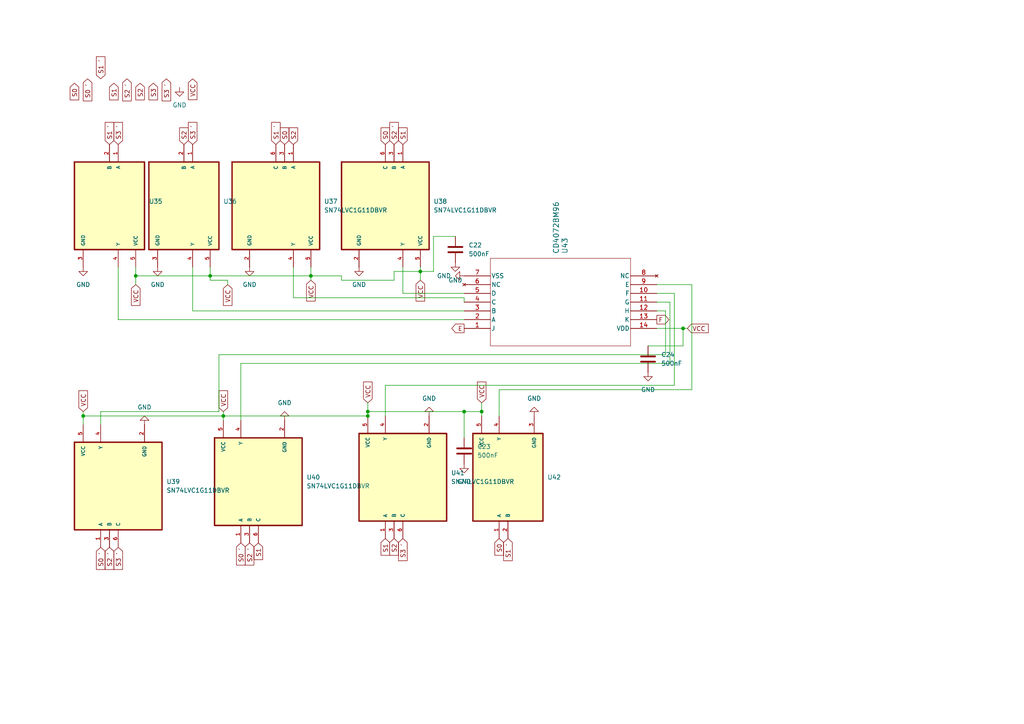
<source format=kicad_sch>
(kicad_sch
	(version 20231120)
	(generator "eeschema")
	(generator_version "8.0")
	(uuid "22932d24-68e7-4fd0-808b-386ce0abbfb2")
	(paper "A4")
	(lib_symbols
		(symbol "2-INPUT AND:SN74LVC1G08DBVR"
			(pin_names
				(offset 1.016)
			)
			(exclude_from_sim no)
			(in_bom yes)
			(on_board yes)
			(property "Reference" "U"
				(at -12.7 11.16 0)
				(effects
					(font
						(size 1.27 1.27)
					)
					(justify left bottom)
				)
			)
			(property "Value" "SN74LVC1G08DBVR"
				(at -12.7 -14.16 0)
				(effects
					(font
						(size 1.27 1.27)
					)
					(justify left bottom)
				)
			)
			(property "Footprint" "SN74LVC1G08DBVR:SOT95P280X145-5N"
				(at 0 0 0)
				(effects
					(font
						(size 1.27 1.27)
					)
					(justify bottom)
					(hide yes)
				)
			)
			(property "Datasheet" ""
				(at 0 0 0)
				(effects
					(font
						(size 1.27 1.27)
					)
					(hide yes)
				)
			)
			(property "Description" ""
				(at 0 0 0)
				(effects
					(font
						(size 1.27 1.27)
					)
					(hide yes)
				)
			)
			(symbol "SN74LVC1G08DBVR_0_0"
				(rectangle
					(start -12.7 -10.16)
					(end 12.7 10.16)
					(stroke
						(width 0.41)
						(type default)
					)
					(fill
						(type background)
					)
				)
				(pin input line
					(at -17.78 2.54 0)
					(length 5.08)
					(name "A"
						(effects
							(font
								(size 1.016 1.016)
							)
						)
					)
					(number "1"
						(effects
							(font
								(size 1.016 1.016)
							)
						)
					)
				)
				(pin input line
					(at -17.78 0 0)
					(length 5.08)
					(name "B"
						(effects
							(font
								(size 1.016 1.016)
							)
						)
					)
					(number "2"
						(effects
							(font
								(size 1.016 1.016)
							)
						)
					)
				)
				(pin power_in line
					(at 17.78 -7.62 180)
					(length 5.08)
					(name "GND"
						(effects
							(font
								(size 1.016 1.016)
							)
						)
					)
					(number "3"
						(effects
							(font
								(size 1.016 1.016)
							)
						)
					)
				)
				(pin output line
					(at 17.78 2.54 180)
					(length 5.08)
					(name "Y"
						(effects
							(font
								(size 1.016 1.016)
							)
						)
					)
					(number "4"
						(effects
							(font
								(size 1.016 1.016)
							)
						)
					)
				)
				(pin power_in line
					(at 17.78 7.62 180)
					(length 5.08)
					(name "VCC"
						(effects
							(font
								(size 1.016 1.016)
							)
						)
					)
					(number "5"
						(effects
							(font
								(size 1.016 1.016)
							)
						)
					)
				)
			)
		)
		(symbol "3-INPUT AND:SN74LVC1G11DBVR"
			(pin_names
				(offset 1.016)
			)
			(exclude_from_sim no)
			(in_bom yes)
			(on_board yes)
			(property "Reference" "U"
				(at -12.7 13.7 0)
				(effects
					(font
						(size 1.27 1.27)
					)
					(justify left bottom)
				)
			)
			(property "Value" "SN74LVC1G11DBVR"
				(at -12.7 -16.7 0)
				(effects
					(font
						(size 1.27 1.27)
					)
					(justify left bottom)
				)
			)
			(property "Footprint" "SN74LVC1G11DBVR:SOT95P280X145-6N"
				(at 0 0 0)
				(effects
					(font
						(size 1.27 1.27)
					)
					(justify bottom)
					(hide yes)
				)
			)
			(property "Datasheet" ""
				(at 0 0 0)
				(effects
					(font
						(size 1.27 1.27)
					)
					(hide yes)
				)
			)
			(property "Description" ""
				(at 0 0 0)
				(effects
					(font
						(size 1.27 1.27)
					)
					(hide yes)
				)
			)
			(symbol "SN74LVC1G11DBVR_0_0"
				(rectangle
					(start -12.7 -12.7)
					(end 12.7 12.7)
					(stroke
						(width 0.41)
						(type default)
					)
					(fill
						(type background)
					)
				)
				(pin input line
					(at -17.78 5.08 0)
					(length 5.08)
					(name "A"
						(effects
							(font
								(size 1.016 1.016)
							)
						)
					)
					(number "1"
						(effects
							(font
								(size 1.016 1.016)
							)
						)
					)
				)
				(pin power_in line
					(at 17.78 -7.62 180)
					(length 5.08)
					(name "GND"
						(effects
							(font
								(size 1.016 1.016)
							)
						)
					)
					(number "2"
						(effects
							(font
								(size 1.016 1.016)
							)
						)
					)
				)
				(pin input line
					(at -17.78 2.54 0)
					(length 5.08)
					(name "B"
						(effects
							(font
								(size 1.016 1.016)
							)
						)
					)
					(number "3"
						(effects
							(font
								(size 1.016 1.016)
							)
						)
					)
				)
				(pin output line
					(at 17.78 5.08 180)
					(length 5.08)
					(name "Y"
						(effects
							(font
								(size 1.016 1.016)
							)
						)
					)
					(number "4"
						(effects
							(font
								(size 1.016 1.016)
							)
						)
					)
				)
				(pin power_in line
					(at 17.78 10.16 180)
					(length 5.08)
					(name "VCC"
						(effects
							(font
								(size 1.016 1.016)
							)
						)
					)
					(number "5"
						(effects
							(font
								(size 1.016 1.016)
							)
						)
					)
				)
				(pin input line
					(at -17.78 0 0)
					(length 5.08)
					(name "C"
						(effects
							(font
								(size 1.016 1.016)
							)
						)
					)
					(number "6"
						(effects
							(font
								(size 1.016 1.016)
							)
						)
					)
				)
			)
		)
		(symbol "4-INPUT 2-CHN OR:CD4072BM96"
			(pin_names
				(offset 0.254)
			)
			(exclude_from_sim no)
			(in_bom yes)
			(on_board yes)
			(property "Reference" "U"
				(at 27.94 10.16 0)
				(effects
					(font
						(size 1.524 1.524)
					)
				)
			)
			(property "Value" "CD4072BM96"
				(at 27.94 7.62 0)
				(effects
					(font
						(size 1.524 1.524)
					)
				)
			)
			(property "Footprint" "D14"
				(at 0 0 0)
				(effects
					(font
						(size 1.27 1.27)
						(italic yes)
					)
					(hide yes)
				)
			)
			(property "Datasheet" "CD4072BM96"
				(at 0 0 0)
				(effects
					(font
						(size 1.27 1.27)
						(italic yes)
					)
					(hide yes)
				)
			)
			(property "Description" ""
				(at 0 0 0)
				(effects
					(font
						(size 1.27 1.27)
					)
					(hide yes)
				)
			)
			(property "ki_locked" ""
				(at 0 0 0)
				(effects
					(font
						(size 1.27 1.27)
					)
				)
			)
			(property "ki_keywords" "CD4072BM96"
				(at 0 0 0)
				(effects
					(font
						(size 1.27 1.27)
					)
					(hide yes)
				)
			)
			(property "ki_fp_filters" "D14 D14-M D14-L"
				(at 0 0 0)
				(effects
					(font
						(size 1.27 1.27)
					)
					(hide yes)
				)
			)
			(symbol "CD4072BM96_0_1"
				(polyline
					(pts
						(xy 7.62 -20.32) (xy 48.26 -20.32)
					)
					(stroke
						(width 0.127)
						(type default)
					)
					(fill
						(type none)
					)
				)
				(polyline
					(pts
						(xy 7.62 5.08) (xy 7.62 -20.32)
					)
					(stroke
						(width 0.127)
						(type default)
					)
					(fill
						(type none)
					)
				)
				(polyline
					(pts
						(xy 48.26 -20.32) (xy 48.26 5.08)
					)
					(stroke
						(width 0.127)
						(type default)
					)
					(fill
						(type none)
					)
				)
				(polyline
					(pts
						(xy 48.26 5.08) (xy 7.62 5.08)
					)
					(stroke
						(width 0.127)
						(type default)
					)
					(fill
						(type none)
					)
				)
				(pin unspecified line
					(at 0 0 0)
					(length 7.62)
					(name "J"
						(effects
							(font
								(size 1.27 1.27)
							)
						)
					)
					(number "1"
						(effects
							(font
								(size 1.27 1.27)
							)
						)
					)
				)
				(pin unspecified line
					(at 55.88 -10.16 180)
					(length 7.62)
					(name "F"
						(effects
							(font
								(size 1.27 1.27)
							)
						)
					)
					(number "10"
						(effects
							(font
								(size 1.27 1.27)
							)
						)
					)
				)
				(pin unspecified line
					(at 55.88 -7.62 180)
					(length 7.62)
					(name "G"
						(effects
							(font
								(size 1.27 1.27)
							)
						)
					)
					(number "11"
						(effects
							(font
								(size 1.27 1.27)
							)
						)
					)
				)
				(pin unspecified line
					(at 55.88 -5.08 180)
					(length 7.62)
					(name "H"
						(effects
							(font
								(size 1.27 1.27)
							)
						)
					)
					(number "12"
						(effects
							(font
								(size 1.27 1.27)
							)
						)
					)
				)
				(pin unspecified line
					(at 55.88 -2.54 180)
					(length 7.62)
					(name "K"
						(effects
							(font
								(size 1.27 1.27)
							)
						)
					)
					(number "13"
						(effects
							(font
								(size 1.27 1.27)
							)
						)
					)
				)
				(pin power_in line
					(at 55.88 0 180)
					(length 7.62)
					(name "VDD"
						(effects
							(font
								(size 1.27 1.27)
							)
						)
					)
					(number "14"
						(effects
							(font
								(size 1.27 1.27)
							)
						)
					)
				)
				(pin unspecified line
					(at 0 -2.54 0)
					(length 7.62)
					(name "A"
						(effects
							(font
								(size 1.27 1.27)
							)
						)
					)
					(number "2"
						(effects
							(font
								(size 1.27 1.27)
							)
						)
					)
				)
				(pin unspecified line
					(at 0 -5.08 0)
					(length 7.62)
					(name "B"
						(effects
							(font
								(size 1.27 1.27)
							)
						)
					)
					(number "3"
						(effects
							(font
								(size 1.27 1.27)
							)
						)
					)
				)
				(pin unspecified line
					(at 0 -7.62 0)
					(length 7.62)
					(name "C"
						(effects
							(font
								(size 1.27 1.27)
							)
						)
					)
					(number "4"
						(effects
							(font
								(size 1.27 1.27)
							)
						)
					)
				)
				(pin unspecified line
					(at 0 -10.16 0)
					(length 7.62)
					(name "D"
						(effects
							(font
								(size 1.27 1.27)
							)
						)
					)
					(number "5"
						(effects
							(font
								(size 1.27 1.27)
							)
						)
					)
				)
				(pin no_connect line
					(at 0 -12.7 0)
					(length 7.62)
					(name "NC"
						(effects
							(font
								(size 1.27 1.27)
							)
						)
					)
					(number "6"
						(effects
							(font
								(size 1.27 1.27)
							)
						)
					)
				)
				(pin power_in line
					(at 0 -15.24 0)
					(length 7.62)
					(name "VSS"
						(effects
							(font
								(size 1.27 1.27)
							)
						)
					)
					(number "7"
						(effects
							(font
								(size 1.27 1.27)
							)
						)
					)
				)
				(pin no_connect line
					(at 55.88 -15.24 180)
					(length 7.62)
					(name "NC"
						(effects
							(font
								(size 1.27 1.27)
							)
						)
					)
					(number "8"
						(effects
							(font
								(size 1.27 1.27)
							)
						)
					)
				)
				(pin unspecified line
					(at 55.88 -12.7 180)
					(length 7.62)
					(name "E"
						(effects
							(font
								(size 1.27 1.27)
							)
						)
					)
					(number "9"
						(effects
							(font
								(size 1.27 1.27)
							)
						)
					)
				)
			)
		)
		(symbol "Device:C"
			(pin_numbers hide)
			(pin_names
				(offset 0.254)
			)
			(exclude_from_sim no)
			(in_bom yes)
			(on_board yes)
			(property "Reference" "C"
				(at 0.635 2.54 0)
				(effects
					(font
						(size 1.27 1.27)
					)
					(justify left)
				)
			)
			(property "Value" "C"
				(at 0.635 -2.54 0)
				(effects
					(font
						(size 1.27 1.27)
					)
					(justify left)
				)
			)
			(property "Footprint" ""
				(at 0.9652 -3.81 0)
				(effects
					(font
						(size 1.27 1.27)
					)
					(hide yes)
				)
			)
			(property "Datasheet" "~"
				(at 0 0 0)
				(effects
					(font
						(size 1.27 1.27)
					)
					(hide yes)
				)
			)
			(property "Description" "Unpolarized capacitor"
				(at 0 0 0)
				(effects
					(font
						(size 1.27 1.27)
					)
					(hide yes)
				)
			)
			(property "ki_keywords" "cap capacitor"
				(at 0 0 0)
				(effects
					(font
						(size 1.27 1.27)
					)
					(hide yes)
				)
			)
			(property "ki_fp_filters" "C_*"
				(at 0 0 0)
				(effects
					(font
						(size 1.27 1.27)
					)
					(hide yes)
				)
			)
			(symbol "C_0_1"
				(polyline
					(pts
						(xy -2.032 -0.762) (xy 2.032 -0.762)
					)
					(stroke
						(width 0.508)
						(type default)
					)
					(fill
						(type none)
					)
				)
				(polyline
					(pts
						(xy -2.032 0.762) (xy 2.032 0.762)
					)
					(stroke
						(width 0.508)
						(type default)
					)
					(fill
						(type none)
					)
				)
			)
			(symbol "C_1_1"
				(pin passive line
					(at 0 3.81 270)
					(length 2.794)
					(name "~"
						(effects
							(font
								(size 1.27 1.27)
							)
						)
					)
					(number "1"
						(effects
							(font
								(size 1.27 1.27)
							)
						)
					)
				)
				(pin passive line
					(at 0 -3.81 90)
					(length 2.794)
					(name "~"
						(effects
							(font
								(size 1.27 1.27)
							)
						)
					)
					(number "2"
						(effects
							(font
								(size 1.27 1.27)
							)
						)
					)
				)
			)
		)
		(symbol "power:GND"
			(power)
			(pin_numbers hide)
			(pin_names
				(offset 0) hide)
			(exclude_from_sim no)
			(in_bom yes)
			(on_board yes)
			(property "Reference" "#PWR"
				(at 0 -6.35 0)
				(effects
					(font
						(size 1.27 1.27)
					)
					(hide yes)
				)
			)
			(property "Value" "GND"
				(at 0 -3.81 0)
				(effects
					(font
						(size 1.27 1.27)
					)
				)
			)
			(property "Footprint" ""
				(at 0 0 0)
				(effects
					(font
						(size 1.27 1.27)
					)
					(hide yes)
				)
			)
			(property "Datasheet" ""
				(at 0 0 0)
				(effects
					(font
						(size 1.27 1.27)
					)
					(hide yes)
				)
			)
			(property "Description" "Power symbol creates a global label with name \"GND\" , ground"
				(at 0 0 0)
				(effects
					(font
						(size 1.27 1.27)
					)
					(hide yes)
				)
			)
			(property "ki_keywords" "global power"
				(at 0 0 0)
				(effects
					(font
						(size 1.27 1.27)
					)
					(hide yes)
				)
			)
			(symbol "GND_0_1"
				(polyline
					(pts
						(xy 0 0) (xy 0 -1.27) (xy 1.27 -1.27) (xy 0 -2.54) (xy -1.27 -1.27) (xy 0 -1.27)
					)
					(stroke
						(width 0)
						(type default)
					)
					(fill
						(type none)
					)
				)
			)
			(symbol "GND_1_1"
				(pin power_in line
					(at 0 0 270)
					(length 0)
					(name "~"
						(effects
							(font
								(size 1.27 1.27)
							)
						)
					)
					(number "1"
						(effects
							(font
								(size 1.27 1.27)
							)
						)
					)
				)
			)
		)
	)
	(junction
		(at 64.77 120.65)
		(diameter 0)
		(color 0 0 0 0)
		(uuid "67b9c93b-abb3-48cb-9f57-e30146074482")
	)
	(junction
		(at 198.12 95.25)
		(diameter 0)
		(color 0 0 0 0)
		(uuid "80cce78d-27c8-48b2-9a88-14e75faa028b")
	)
	(junction
		(at 39.37 80.01)
		(diameter 0)
		(color 0 0 0 0)
		(uuid "93cd2e2c-455c-4834-9152-4fe99a3a3fd6")
	)
	(junction
		(at 106.68 120.65)
		(diameter 0)
		(color 0 0 0 0)
		(uuid "960ef405-88f6-43a5-9967-42ad0c76e230")
	)
	(junction
		(at 60.96 80.01)
		(diameter 0)
		(color 0 0 0 0)
		(uuid "9c2fc6c6-a551-4520-b8ed-e9c04e22eac5")
	)
	(junction
		(at 134.62 119.38)
		(diameter 0)
		(color 0 0 0 0)
		(uuid "9e1a170f-00ae-471c-99ff-3703e9442050")
	)
	(junction
		(at 106.68 119.38)
		(diameter 0)
		(color 0 0 0 0)
		(uuid "9e3d805c-7eae-455e-9ff1-18a1d54a7636")
	)
	(junction
		(at 24.13 120.65)
		(diameter 0)
		(color 0 0 0 0)
		(uuid "a3d7fe41-b13d-41e6-8649-7629b0c5e3ba")
	)
	(junction
		(at 90.17 80.01)
		(diameter 0)
		(color 0 0 0 0)
		(uuid "ac0901cb-7b9c-44e8-962d-94efa31eb8c3")
	)
	(junction
		(at 139.7 119.38)
		(diameter 0)
		(color 0 0 0 0)
		(uuid "ef58b18b-1c05-499a-b20f-9e4805db0d32")
	)
	(junction
		(at 121.92 78.74)
		(diameter 0)
		(color 0 0 0 0)
		(uuid "f6780d40-7f5c-49b2-b8e8-37caf5ca650a")
	)
	(wire
		(pts
			(xy 195.58 85.09) (xy 190.5 85.09)
		)
		(stroke
			(width 0)
			(type default)
		)
		(uuid "040c085f-3e55-4614-a6e3-d18430c954aa")
	)
	(wire
		(pts
			(xy 187.96 100.33) (xy 198.12 100.33)
		)
		(stroke
			(width 0)
			(type default)
		)
		(uuid "05b48ad4-bb74-4a26-8288-cb791716dcaf")
	)
	(wire
		(pts
			(xy 106.68 116.84) (xy 106.68 119.38)
		)
		(stroke
			(width 0)
			(type default)
		)
		(uuid "09209830-c648-4485-ae14-64f9192f5761")
	)
	(wire
		(pts
			(xy 64.77 120.65) (xy 64.77 121.92)
		)
		(stroke
			(width 0)
			(type default)
		)
		(uuid "0d6655aa-e389-4958-ab5f-ecb6867b99a8")
	)
	(wire
		(pts
			(xy 85.09 77.47) (xy 85.09 86.36)
		)
		(stroke
			(width 0)
			(type default)
		)
		(uuid "11244165-d28f-471b-a29c-0bd424cf8336")
	)
	(wire
		(pts
			(xy 139.7 116.84) (xy 139.7 119.38)
		)
		(stroke
			(width 0)
			(type default)
		)
		(uuid "1146ec0e-d8ed-4271-9653-e9dd47ab9486")
	)
	(wire
		(pts
			(xy 134.62 86.36) (xy 134.62 87.63)
		)
		(stroke
			(width 0)
			(type default)
		)
		(uuid "1297b4d9-d212-4244-8697-26bf3e95fac0")
	)
	(wire
		(pts
			(xy 199.39 95.25) (xy 198.12 95.25)
		)
		(stroke
			(width 0)
			(type default)
		)
		(uuid "145a5d37-e8fd-4755-bddc-c2e0423829ac")
	)
	(wire
		(pts
			(xy 34.29 92.71) (xy 134.62 92.71)
		)
		(stroke
			(width 0)
			(type default)
		)
		(uuid "176bbd1c-f17b-49ef-b305-6ea7b6681392")
	)
	(wire
		(pts
			(xy 106.68 119.38) (xy 134.62 119.38)
		)
		(stroke
			(width 0)
			(type default)
		)
		(uuid "1a047eb9-93f1-4fe7-a8da-434892f42de7")
	)
	(wire
		(pts
			(xy 39.37 82.55) (xy 39.37 80.01)
		)
		(stroke
			(width 0)
			(type default)
		)
		(uuid "1c5a255c-f064-40ce-9be0-7e9ee2bb0ac3")
	)
	(wire
		(pts
			(xy 85.09 86.36) (xy 134.62 86.36)
		)
		(stroke
			(width 0)
			(type default)
		)
		(uuid "20a69b68-4d03-46da-8ae8-eb0caa77146c")
	)
	(wire
		(pts
			(xy 114.3 78.74) (xy 121.92 78.74)
		)
		(stroke
			(width 0)
			(type default)
		)
		(uuid "2466888e-117c-447b-87c5-e48695849d04")
	)
	(wire
		(pts
			(xy 106.68 119.38) (xy 106.68 120.65)
		)
		(stroke
			(width 0)
			(type default)
		)
		(uuid "24ca12f1-1815-4288-b5f4-2d93d35f5fbf")
	)
	(wire
		(pts
			(xy 63.5 102.87) (xy 193.04 102.87)
		)
		(stroke
			(width 0)
			(type default)
		)
		(uuid "27bc7b06-d91f-480b-8602-a8b827d821ad")
	)
	(wire
		(pts
			(xy 39.37 80.01) (xy 39.37 77.47)
		)
		(stroke
			(width 0)
			(type default)
		)
		(uuid "290c86af-8687-448c-a3b0-469e55656f79")
	)
	(wire
		(pts
			(xy 111.76 120.65) (xy 111.76 111.76)
		)
		(stroke
			(width 0)
			(type default)
		)
		(uuid "2d89e510-2f77-4075-9f30-ce9b9123ba45")
	)
	(wire
		(pts
			(xy 66.04 81.28) (xy 60.96 81.28)
		)
		(stroke
			(width 0)
			(type default)
		)
		(uuid "325b4a52-c9ea-4bc6-b35a-8b665a10631e")
	)
	(wire
		(pts
			(xy 144.78 120.65) (xy 144.78 113.03)
		)
		(stroke
			(width 0)
			(type default)
		)
		(uuid "3b5ab513-36f0-48d7-b4c1-f1dba88294b1")
	)
	(wire
		(pts
			(xy 39.37 80.01) (xy 60.96 80.01)
		)
		(stroke
			(width 0)
			(type default)
		)
		(uuid "46ceb2d4-4085-4fb2-ba61-c7ecb682bbcb")
	)
	(wire
		(pts
			(xy 116.84 77.47) (xy 116.84 85.09)
		)
		(stroke
			(width 0)
			(type default)
		)
		(uuid "4f198846-d15e-47dd-ba47-ba0bf565b72e")
	)
	(wire
		(pts
			(xy 24.13 120.65) (xy 64.77 120.65)
		)
		(stroke
			(width 0)
			(type default)
		)
		(uuid "5053eab9-e933-4143-a628-92bec3484f30")
	)
	(wire
		(pts
			(xy 139.7 119.38) (xy 139.7 120.65)
		)
		(stroke
			(width 0)
			(type default)
		)
		(uuid "5268ffc8-a43e-4c9b-bc64-5fc6494b1527")
	)
	(wire
		(pts
			(xy 55.88 77.47) (xy 55.88 90.17)
		)
		(stroke
			(width 0)
			(type default)
		)
		(uuid "5978480c-e643-4e3d-bfa2-b2efc5df1beb")
	)
	(wire
		(pts
			(xy 99.06 81.28) (xy 114.3 81.28)
		)
		(stroke
			(width 0)
			(type default)
		)
		(uuid "5a242a64-3df4-4f33-9ac1-69b57fa60625")
	)
	(wire
		(pts
			(xy 60.96 80.01) (xy 60.96 77.47)
		)
		(stroke
			(width 0)
			(type default)
		)
		(uuid "5a914d40-d00a-4ddf-9065-7f96b5a2650a")
	)
	(wire
		(pts
			(xy 116.84 85.09) (xy 134.62 85.09)
		)
		(stroke
			(width 0)
			(type default)
		)
		(uuid "5b7f7af8-b0cc-4866-b5be-c5766589b019")
	)
	(wire
		(pts
			(xy 90.17 80.01) (xy 99.06 80.01)
		)
		(stroke
			(width 0)
			(type default)
		)
		(uuid "5c4ad3cb-cd70-4e24-98bf-ce9418a42e0d")
	)
	(wire
		(pts
			(xy 69.85 105.41) (xy 194.31 105.41)
		)
		(stroke
			(width 0)
			(type default)
		)
		(uuid "5e1270f3-68d5-4fa2-9026-002120de7c00")
	)
	(wire
		(pts
			(xy 190.5 87.63) (xy 194.31 87.63)
		)
		(stroke
			(width 0)
			(type default)
		)
		(uuid "744cf3d7-7ea7-49f3-9cd0-01fc17e10392")
	)
	(wire
		(pts
			(xy 132.08 68.58) (xy 125.73 68.58)
		)
		(stroke
			(width 0)
			(type default)
		)
		(uuid "74d3ee81-ebf1-477b-9222-9d01bc9b20f2")
	)
	(wire
		(pts
			(xy 55.88 90.17) (xy 134.62 90.17)
		)
		(stroke
			(width 0)
			(type default)
		)
		(uuid "8625265e-4f6b-4fd1-950e-cadb24112c92")
	)
	(wire
		(pts
			(xy 200.66 113.03) (xy 200.66 82.55)
		)
		(stroke
			(width 0)
			(type default)
		)
		(uuid "87b49609-baac-4505-9e09-a7ba990fc63d")
	)
	(wire
		(pts
			(xy 34.29 77.47) (xy 34.29 92.71)
		)
		(stroke
			(width 0)
			(type default)
		)
		(uuid "8ab4fa5b-af7c-4d6c-80b1-dbc24537414d")
	)
	(wire
		(pts
			(xy 134.62 119.38) (xy 139.7 119.38)
		)
		(stroke
			(width 0)
			(type default)
		)
		(uuid "8c7b5658-0228-46de-990f-411b8498008f")
	)
	(wire
		(pts
			(xy 121.92 78.74) (xy 121.92 81.28)
		)
		(stroke
			(width 0)
			(type default)
		)
		(uuid "8e01d62c-ff51-4ad3-b258-282e61cfa0a5")
	)
	(wire
		(pts
			(xy 193.04 90.17) (xy 190.5 90.17)
		)
		(stroke
			(width 0)
			(type default)
		)
		(uuid "8f05e821-12e6-4fdb-ba1a-59065e7a80ad")
	)
	(wire
		(pts
			(xy 193.04 102.87) (xy 193.04 90.17)
		)
		(stroke
			(width 0)
			(type default)
		)
		(uuid "8fe5b1af-07c2-4065-a68f-c4eb98dce68d")
	)
	(wire
		(pts
			(xy 200.66 82.55) (xy 190.5 82.55)
		)
		(stroke
			(width 0)
			(type default)
		)
		(uuid "915831cc-3eec-4cab-b2fb-90ad7a661496")
	)
	(wire
		(pts
			(xy 29.21 119.38) (xy 63.5 119.38)
		)
		(stroke
			(width 0)
			(type default)
		)
		(uuid "983279c9-d6fc-47c2-aa10-e78eef1f0bd5")
	)
	(wire
		(pts
			(xy 195.58 111.76) (xy 195.58 85.09)
		)
		(stroke
			(width 0)
			(type default)
		)
		(uuid "9c4c1044-c62d-471a-9433-916a023cf5ce")
	)
	(wire
		(pts
			(xy 125.73 68.58) (xy 125.73 78.74)
		)
		(stroke
			(width 0)
			(type default)
		)
		(uuid "a04bcba6-bd95-4dd0-97f7-1a545712f00a")
	)
	(wire
		(pts
			(xy 125.73 78.74) (xy 121.92 78.74)
		)
		(stroke
			(width 0)
			(type default)
		)
		(uuid "a35a00e7-0283-42c7-ae16-7510176030fe")
	)
	(wire
		(pts
			(xy 66.04 81.28) (xy 66.04 82.55)
		)
		(stroke
			(width 0)
			(type default)
		)
		(uuid "baa3e5b4-9a96-4ead-b67c-32650c735cc1")
	)
	(wire
		(pts
			(xy 194.31 105.41) (xy 194.31 87.63)
		)
		(stroke
			(width 0)
			(type default)
		)
		(uuid "c6122e77-5e9c-4ce9-a0ee-cae09eb66170")
	)
	(wire
		(pts
			(xy 64.77 119.38) (xy 64.77 120.65)
		)
		(stroke
			(width 0)
			(type default)
		)
		(uuid "c74c7853-4144-4e8e-8459-a0cb8c3d2b31")
	)
	(wire
		(pts
			(xy 60.96 81.28) (xy 60.96 80.01)
		)
		(stroke
			(width 0)
			(type default)
		)
		(uuid "c97ccae8-830d-48bc-aa1c-a4335444adc8")
	)
	(wire
		(pts
			(xy 90.17 77.47) (xy 90.17 80.01)
		)
		(stroke
			(width 0)
			(type default)
		)
		(uuid "cc236079-6a69-4aaa-9a9b-65c4d987db6d")
	)
	(wire
		(pts
			(xy 99.06 80.01) (xy 99.06 81.28)
		)
		(stroke
			(width 0)
			(type default)
		)
		(uuid "d10b3b46-d895-4326-83f7-d5f951440159")
	)
	(wire
		(pts
			(xy 198.12 95.25) (xy 190.5 95.25)
		)
		(stroke
			(width 0)
			(type default)
		)
		(uuid "d7a4d5f4-6a27-46ed-86b3-e78a01ab48dd")
	)
	(wire
		(pts
			(xy 90.17 80.01) (xy 90.17 81.28)
		)
		(stroke
			(width 0)
			(type default)
		)
		(uuid "d88570fe-448b-4195-aa0b-78832724ebfe")
	)
	(wire
		(pts
			(xy 64.77 120.65) (xy 106.68 120.65)
		)
		(stroke
			(width 0)
			(type default)
		)
		(uuid "da7a24c1-fabe-4b2d-9a49-2fe958e22256")
	)
	(wire
		(pts
			(xy 24.13 119.38) (xy 24.13 120.65)
		)
		(stroke
			(width 0)
			(type default)
		)
		(uuid "da9fe1c6-5d44-433f-8ac8-a036f6decfa4")
	)
	(wire
		(pts
			(xy 24.13 120.65) (xy 24.13 123.19)
		)
		(stroke
			(width 0)
			(type default)
		)
		(uuid "e2381ccd-87b7-47be-9643-e34f4c825565")
	)
	(wire
		(pts
			(xy 29.21 119.38) (xy 29.21 123.19)
		)
		(stroke
			(width 0)
			(type default)
		)
		(uuid "e2642e9f-7715-44cc-bb23-812d383c6548")
	)
	(wire
		(pts
			(xy 198.12 95.25) (xy 198.12 100.33)
		)
		(stroke
			(width 0)
			(type default)
		)
		(uuid "e59253c8-add8-4cd2-b71d-f715d8e815cc")
	)
	(wire
		(pts
			(xy 144.78 113.03) (xy 200.66 113.03)
		)
		(stroke
			(width 0)
			(type default)
		)
		(uuid "e7312251-1b66-47f7-bb05-7a2f78e6bad2")
	)
	(wire
		(pts
			(xy 121.92 77.47) (xy 121.92 78.74)
		)
		(stroke
			(width 0)
			(type default)
		)
		(uuid "ea0ec068-728a-47db-bb56-62a42c3214ed")
	)
	(wire
		(pts
			(xy 60.96 80.01) (xy 90.17 80.01)
		)
		(stroke
			(width 0)
			(type default)
		)
		(uuid "ebf0ffb6-312b-47d1-8ba0-9dc7343bb5dd")
	)
	(wire
		(pts
			(xy 69.85 121.92) (xy 69.85 105.41)
		)
		(stroke
			(width 0)
			(type default)
		)
		(uuid "ec130d2c-0ba5-4e20-bfc1-07922dd0c54f")
	)
	(wire
		(pts
			(xy 114.3 81.28) (xy 114.3 78.74)
		)
		(stroke
			(width 0)
			(type default)
		)
		(uuid "ede4808e-058a-45d9-a73f-f9ed3832b5c8")
	)
	(wire
		(pts
			(xy 111.76 111.76) (xy 195.58 111.76)
		)
		(stroke
			(width 0)
			(type default)
		)
		(uuid "f288337d-f814-41da-a89a-3f76c5f66514")
	)
	(wire
		(pts
			(xy 134.62 119.38) (xy 134.62 127)
		)
		(stroke
			(width 0)
			(type default)
		)
		(uuid "f33f2be3-1b35-4e9c-aea3-f24d654d66e4")
	)
	(wire
		(pts
			(xy 63.5 119.38) (xy 63.5 102.87)
		)
		(stroke
			(width 0)
			(type default)
		)
		(uuid "fdb2be31-f519-4a30-b632-7e229af438b6")
	)
	(global_label "VCC"
		(shape input)
		(at 121.92 81.28 270)
		(fields_autoplaced yes)
		(effects
			(font
				(size 1.27 1.27)
			)
			(justify right)
		)
		(uuid "0a264628-c4c9-49e5-9462-24affd40ce87")
		(property "Intersheetrefs" "${INTERSHEET_REFS}"
			(at 121.92 87.8938 90)
			(effects
				(font
					(size 1.27 1.27)
				)
				(justify right)
				(hide yes)
			)
		)
	)
	(global_label "S0"
		(shape input)
		(at 144.78 156.21 270)
		(fields_autoplaced yes)
		(effects
			(font
				(size 1.27 1.27)
			)
			(justify right)
		)
		(uuid "0f5254b1-832e-41c1-bf92-64ce41bc94c8")
		(property "Intersheetrefs" "${INTERSHEET_REFS}"
			(at 144.78 161.6142 90)
			(effects
				(font
					(size 1.27 1.27)
				)
				(justify right)
				(hide yes)
			)
		)
	)
	(global_label "S1"
		(shape input)
		(at 116.84 41.91 90)
		(fields_autoplaced yes)
		(effects
			(font
				(size 1.27 1.27)
			)
			(justify left)
		)
		(uuid "10ca09b3-81df-4d30-aed4-557363900b45")
		(property "Intersheetrefs" "${INTERSHEET_REFS}"
			(at 116.84 36.5058 90)
			(effects
				(font
					(size 1.27 1.27)
				)
				(justify left)
				(hide yes)
			)
		)
	)
	(global_label "S2 '"
		(shape input)
		(at 72.39 157.48 270)
		(fields_autoplaced yes)
		(effects
			(font
				(size 1.27 1.27)
			)
			(justify right)
		)
		(uuid "1d602877-bd5d-4270-a42c-5b7755e3dedb")
		(property "Intersheetrefs" "${INTERSHEET_REFS}"
			(at 72.39 164.4566 90)
			(effects
				(font
					(size 1.27 1.27)
				)
				(justify right)
				(hide yes)
			)
		)
	)
	(global_label "S0"
		(shape input)
		(at 21.59 24.13 270)
		(fields_autoplaced yes)
		(effects
			(font
				(size 1.27 1.27)
			)
			(justify right)
		)
		(uuid "1d659199-4429-44d5-94c0-dfa8711821dd")
		(property "Intersheetrefs" "${INTERSHEET_REFS}"
			(at 21.59 29.5342 90)
			(effects
				(font
					(size 1.27 1.27)
				)
				(justify right)
				(hide yes)
			)
		)
	)
	(global_label "S0 '"
		(shape input)
		(at 29.21 158.75 270)
		(fields_autoplaced yes)
		(effects
			(font
				(size 1.27 1.27)
			)
			(justify right)
		)
		(uuid "23ccd6c3-4e4b-4cb7-9953-04c43f01648f")
		(property "Intersheetrefs" "${INTERSHEET_REFS}"
			(at 29.21 165.7266 90)
			(effects
				(font
					(size 1.27 1.27)
				)
				(justify right)
				(hide yes)
			)
		)
	)
	(global_label "F"
		(shape output)
		(at 190.5 92.71 0)
		(fields_autoplaced yes)
		(effects
			(font
				(size 1.27 1.27)
			)
			(justify left)
		)
		(uuid "29c98bfc-d015-4f3a-9b85-a9befd80fe12")
		(property "Intersheetrefs" "${INTERSHEET_REFS}"
			(at 194.5738 92.71 0)
			(effects
				(font
					(size 1.27 1.27)
				)
				(justify left)
				(hide yes)
			)
		)
	)
	(global_label "S2"
		(shape input)
		(at 53.34 41.91 90)
		(fields_autoplaced yes)
		(effects
			(font
				(size 1.27 1.27)
			)
			(justify left)
		)
		(uuid "2b133ac9-11df-4f4c-b66e-1b3a8d4c4b15")
		(property "Intersheetrefs" "${INTERSHEET_REFS}"
			(at 53.34 36.5058 90)
			(effects
				(font
					(size 1.27 1.27)
				)
				(justify left)
				(hide yes)
			)
		)
	)
	(global_label "S1 '"
		(shape input)
		(at 31.75 41.91 90)
		(fields_autoplaced yes)
		(effects
			(font
				(size 1.27 1.27)
			)
			(justify left)
		)
		(uuid "3405ed9f-6d98-4ab8-bc3d-ef343c376e31")
		(property "Intersheetrefs" "${INTERSHEET_REFS}"
			(at 31.75 34.9334 90)
			(effects
				(font
					(size 1.27 1.27)
				)
				(justify left)
				(hide yes)
			)
		)
	)
	(global_label "VCC"
		(shape input)
		(at 64.77 119.38 90)
		(fields_autoplaced yes)
		(effects
			(font
				(size 1.27 1.27)
			)
			(justify left)
		)
		(uuid "3514a2c3-435d-4188-9ccf-c57f29b11731")
		(property "Intersheetrefs" "${INTERSHEET_REFS}"
			(at 64.77 112.7662 90)
			(effects
				(font
					(size 1.27 1.27)
				)
				(justify left)
				(hide yes)
			)
		)
	)
	(global_label "VCC"
		(shape input)
		(at 90.17 81.28 270)
		(fields_autoplaced yes)
		(effects
			(font
				(size 1.27 1.27)
			)
			(justify right)
		)
		(uuid "51aa5e9b-21bd-4b57-bb8f-634e5398ba26")
		(property "Intersheetrefs" "${INTERSHEET_REFS}"
			(at 90.17 87.8938 90)
			(effects
				(font
					(size 1.27 1.27)
				)
				(justify right)
				(hide yes)
			)
		)
	)
	(global_label "VCC"
		(shape input)
		(at 106.68 116.84 90)
		(fields_autoplaced yes)
		(effects
			(font
				(size 1.27 1.27)
			)
			(justify left)
		)
		(uuid "54975631-e018-414c-9fa2-933702c2741c")
		(property "Intersheetrefs" "${INTERSHEET_REFS}"
			(at 106.68 110.2262 90)
			(effects
				(font
					(size 1.27 1.27)
				)
				(justify left)
				(hide yes)
			)
		)
	)
	(global_label "VCC"
		(shape input)
		(at 139.7 116.84 90)
		(fields_autoplaced yes)
		(effects
			(font
				(size 1.27 1.27)
			)
			(justify left)
		)
		(uuid "59182ec5-1afa-437d-ab0d-e5f3f9f627e5")
		(property "Intersheetrefs" "${INTERSHEET_REFS}"
			(at 139.7 110.2262 90)
			(effects
				(font
					(size 1.27 1.27)
				)
				(justify left)
				(hide yes)
			)
		)
	)
	(global_label "VCC"
		(shape input)
		(at 24.13 119.38 90)
		(fields_autoplaced yes)
		(effects
			(font
				(size 1.27 1.27)
			)
			(justify left)
		)
		(uuid "5a7a5043-de02-48a2-9019-e7741b20ec0c")
		(property "Intersheetrefs" "${INTERSHEET_REFS}"
			(at 24.13 112.7662 90)
			(effects
				(font
					(size 1.27 1.27)
				)
				(justify left)
				(hide yes)
			)
		)
	)
	(global_label "VCC"
		(shape input)
		(at 199.39 95.25 0)
		(fields_autoplaced yes)
		(effects
			(font
				(size 1.27 1.27)
			)
			(justify left)
		)
		(uuid "5f24ac06-c8c5-4535-858e-b3a754f92961")
		(property "Intersheetrefs" "${INTERSHEET_REFS}"
			(at 206.0038 95.25 0)
			(effects
				(font
					(size 1.27 1.27)
				)
				(justify left)
				(hide yes)
			)
		)
	)
	(global_label "VCC"
		(shape input)
		(at 39.37 82.55 270)
		(fields_autoplaced yes)
		(effects
			(font
				(size 1.27 1.27)
			)
			(justify right)
		)
		(uuid "61ad2d62-6802-461d-99ea-f2f0fd0e5fa6")
		(property "Intersheetrefs" "${INTERSHEET_REFS}"
			(at 39.37 89.1638 90)
			(effects
				(font
					(size 1.27 1.27)
				)
				(justify right)
				(hide yes)
			)
		)
	)
	(global_label "VCC"
		(shape input)
		(at 66.04 82.55 270)
		(fields_autoplaced yes)
		(effects
			(font
				(size 1.27 1.27)
			)
			(justify right)
		)
		(uuid "6b3edee8-669f-49f2-8292-4bdeea4d2811")
		(property "Intersheetrefs" "${INTERSHEET_REFS}"
			(at 66.04 89.1638 90)
			(effects
				(font
					(size 1.27 1.27)
				)
				(justify right)
				(hide yes)
			)
		)
	)
	(global_label "S3 '"
		(shape input)
		(at 116.84 156.21 270)
		(fields_autoplaced yes)
		(effects
			(font
				(size 1.27 1.27)
			)
			(justify right)
		)
		(uuid "6d210386-5457-447f-ac6e-8aec999d5168")
		(property "Intersheetrefs" "${INTERSHEET_REFS}"
			(at 116.84 163.1866 90)
			(effects
				(font
					(size 1.27 1.27)
				)
				(justify right)
				(hide yes)
			)
		)
	)
	(global_label "S0"
		(shape input)
		(at 111.76 41.91 90)
		(fields_autoplaced yes)
		(effects
			(font
				(size 1.27 1.27)
			)
			(justify left)
		)
		(uuid "6ee99b35-b013-4c20-84bd-081882f0b9ec")
		(property "Intersheetrefs" "${INTERSHEET_REFS}"
			(at 111.76 36.5058 90)
			(effects
				(font
					(size 1.27 1.27)
				)
				(justify left)
				(hide yes)
			)
		)
	)
	(global_label "S0 '"
		(shape input)
		(at 25.4 22.86 270)
		(fields_autoplaced yes)
		(effects
			(font
				(size 1.27 1.27)
			)
			(justify right)
		)
		(uuid "789d312d-e176-43fd-adeb-1f7fd5b60ead")
		(property "Intersheetrefs" "${INTERSHEET_REFS}"
			(at 25.4 29.8366 90)
			(effects
				(font
					(size 1.27 1.27)
				)
				(justify right)
				(hide yes)
			)
		)
	)
	(global_label "S1 '"
		(shape input)
		(at 147.32 156.21 270)
		(fields_autoplaced yes)
		(effects
			(font
				(size 1.27 1.27)
			)
			(justify right)
		)
		(uuid "8635118b-ec80-46a0-96a5-13086f7d29f1")
		(property "Intersheetrefs" "${INTERSHEET_REFS}"
			(at 147.32 163.1866 90)
			(effects
				(font
					(size 1.27 1.27)
				)
				(justify right)
				(hide yes)
			)
		)
	)
	(global_label "S1 '"
		(shape input)
		(at 80.01 41.91 90)
		(fields_autoplaced yes)
		(effects
			(font
				(size 1.27 1.27)
			)
			(justify left)
		)
		(uuid "978bf993-a03a-44f9-a225-3acec983f51e")
		(property "Intersheetrefs" "${INTERSHEET_REFS}"
			(at 80.01 34.9334 90)
			(effects
				(font
					(size 1.27 1.27)
				)
				(justify left)
				(hide yes)
			)
		)
	)
	(global_label "S1 '"
		(shape input)
		(at 29.21 22.86 90)
		(fields_autoplaced yes)
		(effects
			(font
				(size 1.27 1.27)
			)
			(justify left)
		)
		(uuid "a4462ce8-fcc0-4691-bad4-15af862c7df3")
		(property "Intersheetrefs" "${INTERSHEET_REFS}"
			(at 29.21 15.8834 90)
			(effects
				(font
					(size 1.27 1.27)
				)
				(justify left)
				(hide yes)
			)
		)
	)
	(global_label "S2"
		(shape input)
		(at 85.09 41.91 90)
		(fields_autoplaced yes)
		(effects
			(font
				(size 1.27 1.27)
			)
			(justify left)
		)
		(uuid "a84383f5-3af1-437f-8873-ef3afa7e03bf")
		(property "Intersheetrefs" "${INTERSHEET_REFS}"
			(at 85.09 36.5058 90)
			(effects
				(font
					(size 1.27 1.27)
				)
				(justify left)
				(hide yes)
			)
		)
	)
	(global_label "S0"
		(shape input)
		(at 82.55 41.91 90)
		(fields_autoplaced yes)
		(effects
			(font
				(size 1.27 1.27)
			)
			(justify left)
		)
		(uuid "a93819ec-0de0-4ef4-b871-8f36c601f2be")
		(property "Intersheetrefs" "${INTERSHEET_REFS}"
			(at 82.55 36.5058 90)
			(effects
				(font
					(size 1.27 1.27)
				)
				(justify left)
				(hide yes)
			)
		)
	)
	(global_label "S3 '"
		(shape input)
		(at 34.29 158.75 270)
		(fields_autoplaced yes)
		(effects
			(font
				(size 1.27 1.27)
			)
			(justify right)
		)
		(uuid "a9ebbf76-807d-4a09-b197-6857450b3838")
		(property "Intersheetrefs" "${INTERSHEET_REFS}"
			(at 34.29 165.7266 90)
			(effects
				(font
					(size 1.27 1.27)
				)
				(justify right)
				(hide yes)
			)
		)
	)
	(global_label "S0 '"
		(shape input)
		(at 69.85 157.48 270)
		(fields_autoplaced yes)
		(effects
			(font
				(size 1.27 1.27)
			)
			(justify right)
		)
		(uuid "aaec7cec-8c12-49b6-8dba-d69dd49ae833")
		(property "Intersheetrefs" "${INTERSHEET_REFS}"
			(at 69.85 164.4566 90)
			(effects
				(font
					(size 1.27 1.27)
				)
				(justify right)
				(hide yes)
			)
		)
	)
	(global_label "E"
		(shape output)
		(at 134.62 95.25 180)
		(fields_autoplaced yes)
		(effects
			(font
				(size 1.27 1.27)
			)
			(justify right)
		)
		(uuid "b2a5beb0-cee0-44cd-8329-430f45a339fc")
		(property "Intersheetrefs" "${INTERSHEET_REFS}"
			(at 130.4858 95.25 0)
			(effects
				(font
					(size 1.27 1.27)
				)
				(justify right)
				(hide yes)
			)
		)
	)
	(global_label "S1"
		(shape input)
		(at 111.76 156.21 270)
		(fields_autoplaced yes)
		(effects
			(font
				(size 1.27 1.27)
			)
			(justify right)
		)
		(uuid "b375783f-17b2-4ca6-93ee-a575d5acc8ca")
		(property "Intersheetrefs" "${INTERSHEET_REFS}"
			(at 111.76 161.6142 90)
			(effects
				(font
					(size 1.27 1.27)
				)
				(justify right)
				(hide yes)
			)
		)
	)
	(global_label "S3 '"
		(shape input)
		(at 55.88 41.91 90)
		(fields_autoplaced yes)
		(effects
			(font
				(size 1.27 1.27)
			)
			(justify left)
		)
		(uuid "b3b0b906-279c-4d32-940b-c58e5f1d2093")
		(property "Intersheetrefs" "${INTERSHEET_REFS}"
			(at 55.88 34.9334 90)
			(effects
				(font
					(size 1.27 1.27)
				)
				(justify left)
				(hide yes)
			)
		)
	)
	(global_label "S2 '"
		(shape input)
		(at 31.75 158.75 270)
		(fields_autoplaced yes)
		(effects
			(font
				(size 1.27 1.27)
			)
			(justify right)
		)
		(uuid "b566eab4-06ef-4463-8b5f-e7ed7fb6e7af")
		(property "Intersheetrefs" "${INTERSHEET_REFS}"
			(at 31.75 165.7266 90)
			(effects
				(font
					(size 1.27 1.27)
				)
				(justify right)
				(hide yes)
			)
		)
	)
	(global_label "S3"
		(shape input)
		(at 44.45 24.13 270)
		(fields_autoplaced yes)
		(effects
			(font
				(size 1.27 1.27)
			)
			(justify right)
		)
		(uuid "bad93d59-65c1-4c58-9c1d-d216e56c6559")
		(property "Intersheetrefs" "${INTERSHEET_REFS}"
			(at 44.45 29.5342 90)
			(effects
				(font
					(size 1.27 1.27)
				)
				(justify right)
				(hide yes)
			)
		)
	)
	(global_label "S3 '"
		(shape input)
		(at 34.29 41.91 90)
		(fields_autoplaced yes)
		(effects
			(font
				(size 1.27 1.27)
			)
			(justify left)
		)
		(uuid "ca53bb26-31d9-4f37-bacc-0d47987c210f")
		(property "Intersheetrefs" "${INTERSHEET_REFS}"
			(at 34.29 34.9334 90)
			(effects
				(font
					(size 1.27 1.27)
				)
				(justify left)
				(hide yes)
			)
		)
	)
	(global_label "S2 '"
		(shape input)
		(at 114.3 41.91 90)
		(fields_autoplaced yes)
		(effects
			(font
				(size 1.27 1.27)
			)
			(justify left)
		)
		(uuid "cd186ea4-532d-46d6-b1ee-314c7aa95387")
		(property "Intersheetrefs" "${INTERSHEET_REFS}"
			(at 114.3 34.9334 90)
			(effects
				(font
					(size 1.27 1.27)
				)
				(justify left)
				(hide yes)
			)
		)
	)
	(global_label "S1"
		(shape input)
		(at 74.93 157.48 270)
		(fields_autoplaced yes)
		(effects
			(font
				(size 1.27 1.27)
			)
			(justify right)
		)
		(uuid "cdc462b6-d7ab-467a-8f7d-faecd97ff74b")
		(property "Intersheetrefs" "${INTERSHEET_REFS}"
			(at 74.93 162.8842 90)
			(effects
				(font
					(size 1.27 1.27)
				)
				(justify right)
				(hide yes)
			)
		)
	)
	(global_label "S2 '"
		(shape input)
		(at 36.83 22.86 270)
		(fields_autoplaced yes)
		(effects
			(font
				(size 1.27 1.27)
			)
			(justify right)
		)
		(uuid "e7eb02ce-5ae7-43f7-a76c-561e5bdb58de")
		(property "Intersheetrefs" "${INTERSHEET_REFS}"
			(at 36.83 29.8366 90)
			(effects
				(font
					(size 1.27 1.27)
				)
				(justify right)
				(hide yes)
			)
		)
	)
	(global_label "S1"
		(shape input)
		(at 33.02 24.13 270)
		(fields_autoplaced yes)
		(effects
			(font
				(size 1.27 1.27)
			)
			(justify right)
		)
		(uuid "e84f3b18-aa3f-40aa-863d-d23c00138f6b")
		(property "Intersheetrefs" "${INTERSHEET_REFS}"
			(at 33.02 29.5342 90)
			(effects
				(font
					(size 1.27 1.27)
				)
				(justify right)
				(hide yes)
			)
		)
	)
	(global_label "VCC"
		(shape input)
		(at 55.88 22.86 270)
		(fields_autoplaced yes)
		(effects
			(font
				(size 1.27 1.27)
			)
			(justify right)
		)
		(uuid "f363468c-9960-48e4-935d-9cb6195a4023")
		(property "Intersheetrefs" "${INTERSHEET_REFS}"
			(at 55.88 29.4738 90)
			(effects
				(font
					(size 1.27 1.27)
				)
				(justify right)
				(hide yes)
			)
		)
	)
	(global_label "S2"
		(shape input)
		(at 114.3 156.21 270)
		(fields_autoplaced yes)
		(effects
			(font
				(size 1.27 1.27)
			)
			(justify right)
		)
		(uuid "f65ef338-5b85-40dc-ae4f-3d835914f607")
		(property "Intersheetrefs" "${INTERSHEET_REFS}"
			(at 114.3 161.6142 90)
			(effects
				(font
					(size 1.27 1.27)
				)
				(justify right)
				(hide yes)
			)
		)
	)
	(global_label "S3 '"
		(shape input)
		(at 48.26 22.86 270)
		(fields_autoplaced yes)
		(effects
			(font
				(size 1.27 1.27)
			)
			(justify right)
		)
		(uuid "f6f207b0-9a77-44ef-a806-0a17656d7f0f")
		(property "Intersheetrefs" "${INTERSHEET_REFS}"
			(at 48.26 29.8366 90)
			(effects
				(font
					(size 1.27 1.27)
				)
				(justify right)
				(hide yes)
			)
		)
	)
	(global_label "S2"
		(shape input)
		(at 40.64 24.13 270)
		(fields_autoplaced yes)
		(effects
			(font
				(size 1.27 1.27)
			)
			(justify right)
		)
		(uuid "ff20869d-c753-4725-99cf-43f460f10380")
		(property "Intersheetrefs" "${INTERSHEET_REFS}"
			(at 40.64 29.5342 90)
			(effects
				(font
					(size 1.27 1.27)
				)
				(justify right)
				(hide yes)
			)
		)
	)
	(symbol
		(lib_id "3-INPUT AND:SN74LVC1G11DBVR")
		(at 111.76 59.69 270)
		(unit 1)
		(exclude_from_sim no)
		(in_bom yes)
		(on_board yes)
		(dnp no)
		(fields_autoplaced yes)
		(uuid "060eb1fa-9dba-4201-a0bd-3544aff77092")
		(property "Reference" "U38"
			(at 125.73 58.4199 90)
			(effects
				(font
					(size 1.27 1.27)
				)
				(justify left)
			)
		)
		(property "Value" "SN74LVC1G11DBVR"
			(at 125.73 60.9599 90)
			(effects
				(font
					(size 1.27 1.27)
				)
				(justify left)
			)
		)
		(property "Footprint" "LOGIC:3-INPUT AND"
			(at 111.76 59.69 0)
			(effects
				(font
					(size 1.27 1.27)
				)
				(justify bottom)
				(hide yes)
			)
		)
		(property "Datasheet" ""
			(at 111.76 59.69 0)
			(effects
				(font
					(size 1.27 1.27)
				)
				(hide yes)
			)
		)
		(property "Description" ""
			(at 111.76 59.69 0)
			(effects
				(font
					(size 1.27 1.27)
				)
				(hide yes)
			)
		)
		(pin "2"
			(uuid "9fd96efa-2750-40ff-b7ae-17acaa50b77a")
		)
		(pin "3"
			(uuid "1a02b035-7244-415a-8b6c-480be27d82f2")
		)
		(pin "6"
			(uuid "5d556e66-3075-4f2d-bbef-2b7029af9c65")
		)
		(pin "1"
			(uuid "a501b9ed-b2ef-465f-acf2-d769733fa6b1")
		)
		(pin "5"
			(uuid "23755925-df0f-4bbf-a38d-57302201b1b2")
		)
		(pin "4"
			(uuid "e878deae-ce67-4c29-b15a-23eddd955f25")
		)
		(instances
			(project "4 Bit - Seven Seg Interface"
				(path "/70a3617d-b021-4325-807b-315f214c30c6/4e9c5c47-d093-48d2-b1e1-f88fccd29d67/b0cc6fd7-9e28-4511-b04d-2ef69ee4b103"
					(reference "U38")
					(unit 1)
				)
			)
		)
	)
	(symbol
		(lib_id "Device:C")
		(at 187.96 104.14 0)
		(unit 1)
		(exclude_from_sim no)
		(in_bom yes)
		(on_board yes)
		(dnp no)
		(fields_autoplaced yes)
		(uuid "083e0239-626c-46dc-ad3e-0715d0e6b423")
		(property "Reference" "C24"
			(at 191.77 102.8699 0)
			(effects
				(font
					(size 1.27 1.27)
				)
				(justify left)
			)
		)
		(property "Value" "500nF"
			(at 191.77 105.4099 0)
			(effects
				(font
					(size 1.27 1.27)
				)
				(justify left)
			)
		)
		(property "Footprint" "Capacitor_SMD:C_0603_1608Metric"
			(at 188.9252 107.95 0)
			(effects
				(font
					(size 1.27 1.27)
				)
				(hide yes)
			)
		)
		(property "Datasheet" "~"
			(at 187.96 104.14 0)
			(effects
				(font
					(size 1.27 1.27)
				)
				(hide yes)
			)
		)
		(property "Description" "Unpolarized capacitor"
			(at 187.96 104.14 0)
			(effects
				(font
					(size 1.27 1.27)
				)
				(hide yes)
			)
		)
		(pin "2"
			(uuid "47df4614-c3d1-40eb-a99f-8b99a4395cf4")
		)
		(pin "1"
			(uuid "1fc25194-8273-4edf-85d9-f6bc51ebef74")
		)
		(instances
			(project "4 Bit - Seven Seg Interface"
				(path "/70a3617d-b021-4325-807b-315f214c30c6/4e9c5c47-d093-48d2-b1e1-f88fccd29d67/b0cc6fd7-9e28-4511-b04d-2ef69ee4b103"
					(reference "C24")
					(unit 1)
				)
			)
		)
	)
	(symbol
		(lib_id "Device:C")
		(at 134.62 130.81 0)
		(unit 1)
		(exclude_from_sim no)
		(in_bom yes)
		(on_board yes)
		(dnp no)
		(fields_autoplaced yes)
		(uuid "102e8eb6-072c-4d97-b19d-393c3384184a")
		(property "Reference" "C23"
			(at 138.43 129.5399 0)
			(effects
				(font
					(size 1.27 1.27)
				)
				(justify left)
			)
		)
		(property "Value" "500nF"
			(at 138.43 132.0799 0)
			(effects
				(font
					(size 1.27 1.27)
				)
				(justify left)
			)
		)
		(property "Footprint" "Capacitor_SMD:C_0603_1608Metric"
			(at 135.5852 134.62 0)
			(effects
				(font
					(size 1.27 1.27)
				)
				(hide yes)
			)
		)
		(property "Datasheet" "~"
			(at 134.62 130.81 0)
			(effects
				(font
					(size 1.27 1.27)
				)
				(hide yes)
			)
		)
		(property "Description" "Unpolarized capacitor"
			(at 134.62 130.81 0)
			(effects
				(font
					(size 1.27 1.27)
				)
				(hide yes)
			)
		)
		(pin "2"
			(uuid "76667fda-1144-4b6c-b86e-c5e8c4112bd5")
		)
		(pin "1"
			(uuid "44d9ce2f-87d9-463b-abcd-c6a7ed0ecb37")
		)
		(instances
			(project "4 Bit - Seven Seg Interface"
				(path "/70a3617d-b021-4325-807b-315f214c30c6/4e9c5c47-d093-48d2-b1e1-f88fccd29d67/b0cc6fd7-9e28-4511-b04d-2ef69ee4b103"
					(reference "C23")
					(unit 1)
				)
			)
		)
	)
	(symbol
		(lib_id "power:GND")
		(at 41.91 123.19 180)
		(unit 1)
		(exclude_from_sim no)
		(in_bom yes)
		(on_board yes)
		(dnp no)
		(fields_autoplaced yes)
		(uuid "1118be99-1e6d-4bf9-938b-30f7d2a72ff1")
		(property "Reference" "#PWR076"
			(at 41.91 116.84 0)
			(effects
				(font
					(size 1.27 1.27)
				)
				(hide yes)
			)
		)
		(property "Value" "GND"
			(at 41.91 118.11 0)
			(effects
				(font
					(size 1.27 1.27)
				)
			)
		)
		(property "Footprint" ""
			(at 41.91 123.19 0)
			(effects
				(font
					(size 1.27 1.27)
				)
				(hide yes)
			)
		)
		(property "Datasheet" ""
			(at 41.91 123.19 0)
			(effects
				(font
					(size 1.27 1.27)
				)
				(hide yes)
			)
		)
		(property "Description" "Power symbol creates a global label with name \"GND\" , ground"
			(at 41.91 123.19 0)
			(effects
				(font
					(size 1.27 1.27)
				)
				(hide yes)
			)
		)
		(pin "1"
			(uuid "ed781b40-0af3-4950-a4df-04f1a962aad5")
		)
		(instances
			(project "4 Bit - Seven Seg Interface"
				(path "/70a3617d-b021-4325-807b-315f214c30c6/4e9c5c47-d093-48d2-b1e1-f88fccd29d67/b0cc6fd7-9e28-4511-b04d-2ef69ee4b103"
					(reference "#PWR076")
					(unit 1)
				)
			)
		)
	)
	(symbol
		(lib_id "power:GND")
		(at 45.72 77.47 0)
		(unit 1)
		(exclude_from_sim no)
		(in_bom yes)
		(on_board yes)
		(dnp no)
		(fields_autoplaced yes)
		(uuid "2c8a1501-d073-439a-9334-e9da8eda4a70")
		(property "Reference" "#PWR073"
			(at 45.72 83.82 0)
			(effects
				(font
					(size 1.27 1.27)
				)
				(hide yes)
			)
		)
		(property "Value" "GND"
			(at 45.72 82.55 0)
			(effects
				(font
					(size 1.27 1.27)
				)
			)
		)
		(property "Footprint" ""
			(at 45.72 77.47 0)
			(effects
				(font
					(size 1.27 1.27)
				)
				(hide yes)
			)
		)
		(property "Datasheet" ""
			(at 45.72 77.47 0)
			(effects
				(font
					(size 1.27 1.27)
				)
				(hide yes)
			)
		)
		(property "Description" "Power symbol creates a global label with name \"GND\" , ground"
			(at 45.72 77.47 0)
			(effects
				(font
					(size 1.27 1.27)
				)
				(hide yes)
			)
		)
		(pin "1"
			(uuid "f2c8bba9-21d6-46fd-81b9-e86f8d203f14")
		)
		(instances
			(project "4 Bit - Seven Seg Interface"
				(path "/70a3617d-b021-4325-807b-315f214c30c6/4e9c5c47-d093-48d2-b1e1-f88fccd29d67/b0cc6fd7-9e28-4511-b04d-2ef69ee4b103"
					(reference "#PWR073")
					(unit 1)
				)
			)
		)
	)
	(symbol
		(lib_id "power:GND")
		(at 124.46 120.65 180)
		(unit 1)
		(exclude_from_sim no)
		(in_bom yes)
		(on_board yes)
		(dnp no)
		(fields_autoplaced yes)
		(uuid "2ec6df2b-49f8-422e-837d-efde3eb980f0")
		(property "Reference" "#PWR078"
			(at 124.46 114.3 0)
			(effects
				(font
					(size 1.27 1.27)
				)
				(hide yes)
			)
		)
		(property "Value" "GND"
			(at 124.46 115.57 0)
			(effects
				(font
					(size 1.27 1.27)
				)
			)
		)
		(property "Footprint" ""
			(at 124.46 120.65 0)
			(effects
				(font
					(size 1.27 1.27)
				)
				(hide yes)
			)
		)
		(property "Datasheet" ""
			(at 124.46 120.65 0)
			(effects
				(font
					(size 1.27 1.27)
				)
				(hide yes)
			)
		)
		(property "Description" "Power symbol creates a global label with name \"GND\" , ground"
			(at 124.46 120.65 0)
			(effects
				(font
					(size 1.27 1.27)
				)
				(hide yes)
			)
		)
		(pin "1"
			(uuid "436391a4-9230-49a0-b7d2-eec629c01dfc")
		)
		(instances
			(project "4 Bit - Seven Seg Interface"
				(path "/70a3617d-b021-4325-807b-315f214c30c6/4e9c5c47-d093-48d2-b1e1-f88fccd29d67/b0cc6fd7-9e28-4511-b04d-2ef69ee4b103"
					(reference "#PWR078")
					(unit 1)
				)
			)
		)
	)
	(symbol
		(lib_id "power:GND")
		(at 82.55 121.92 180)
		(unit 1)
		(exclude_from_sim no)
		(in_bom yes)
		(on_board yes)
		(dnp no)
		(fields_autoplaced yes)
		(uuid "2fd21749-fafd-45d7-bbe2-5c276688b737")
		(property "Reference" "#PWR077"
			(at 82.55 115.57 0)
			(effects
				(font
					(size 1.27 1.27)
				)
				(hide yes)
			)
		)
		(property "Value" "GND"
			(at 82.55 116.84 0)
			(effects
				(font
					(size 1.27 1.27)
				)
			)
		)
		(property "Footprint" ""
			(at 82.55 121.92 0)
			(effects
				(font
					(size 1.27 1.27)
				)
				(hide yes)
			)
		)
		(property "Datasheet" ""
			(at 82.55 121.92 0)
			(effects
				(font
					(size 1.27 1.27)
				)
				(hide yes)
			)
		)
		(property "Description" "Power symbol creates a global label with name \"GND\" , ground"
			(at 82.55 121.92 0)
			(effects
				(font
					(size 1.27 1.27)
				)
				(hide yes)
			)
		)
		(pin "1"
			(uuid "d9163a7a-5821-45e4-a01d-20b9f66eb060")
		)
		(instances
			(project "4 Bit - Seven Seg Interface"
				(path "/70a3617d-b021-4325-807b-315f214c30c6/4e9c5c47-d093-48d2-b1e1-f88fccd29d67/b0cc6fd7-9e28-4511-b04d-2ef69ee4b103"
					(reference "#PWR077")
					(unit 1)
				)
			)
		)
	)
	(symbol
		(lib_id "2-INPUT AND:SN74LVC1G08DBVR")
		(at 31.75 59.69 270)
		(unit 1)
		(exclude_from_sim no)
		(in_bom yes)
		(on_board yes)
		(dnp no)
		(fields_autoplaced yes)
		(uuid "3b02896c-e62d-4404-ac90-79698feaed01")
		(property "Reference" "U35"
			(at 43.18 58.4199 90)
			(effects
				(font
					(size 1.27 1.27)
				)
				(justify left)
			)
		)
		(property "Value" "SN74LVC1G08DBVR"
			(at 43.18 60.9599 90)
			(effects
				(font
					(size 1.27 1.27)
				)
				(justify left)
				(hide yes)
			)
		)
		(property "Footprint" "LOGIC:SOT95P280X145-5N"
			(at 31.75 59.69 0)
			(effects
				(font
					(size 1.27 1.27)
				)
				(justify bottom)
				(hide yes)
			)
		)
		(property "Datasheet" ""
			(at 31.75 59.69 0)
			(effects
				(font
					(size 1.27 1.27)
				)
				(hide yes)
			)
		)
		(property "Description" ""
			(at 31.75 59.69 0)
			(effects
				(font
					(size 1.27 1.27)
				)
				(hide yes)
			)
		)
		(pin "2"
			(uuid "5d0baaf7-5d90-4312-9f4f-74df8bf6e31e")
		)
		(pin "4"
			(uuid "eb125486-77d5-49a0-8cab-a9aaa51c6a84")
		)
		(pin "5"
			(uuid "aed947c5-ad67-4dda-8828-6c1d1ef48768")
		)
		(pin "1"
			(uuid "6087bf64-ce19-4c20-8fce-a3b6119dbff2")
		)
		(pin "3"
			(uuid "be9e3377-099f-4f37-bba2-a7b76a497aed")
		)
		(instances
			(project "4 Bit - Seven Seg Interface"
				(path "/70a3617d-b021-4325-807b-315f214c30c6/4e9c5c47-d093-48d2-b1e1-f88fccd29d67/b0cc6fd7-9e28-4511-b04d-2ef69ee4b103"
					(reference "U35")
					(unit 1)
				)
			)
		)
	)
	(symbol
		(lib_id "2-INPUT AND:SN74LVC1G08DBVR")
		(at 53.34 59.69 270)
		(unit 1)
		(exclude_from_sim no)
		(in_bom yes)
		(on_board yes)
		(dnp no)
		(fields_autoplaced yes)
		(uuid "3b473713-82e0-403a-9ba6-b8b3533ed068")
		(property "Reference" "U36"
			(at 64.77 58.4199 90)
			(effects
				(font
					(size 1.27 1.27)
				)
				(justify left)
			)
		)
		(property "Value" "SN74LVC1G08DBVR"
			(at 64.77 60.9599 90)
			(effects
				(font
					(size 1.27 1.27)
				)
				(justify left)
				(hide yes)
			)
		)
		(property "Footprint" "LOGIC:SOT95P280X145-5N"
			(at 53.34 59.69 0)
			(effects
				(font
					(size 1.27 1.27)
				)
				(justify bottom)
				(hide yes)
			)
		)
		(property "Datasheet" ""
			(at 53.34 59.69 0)
			(effects
				(font
					(size 1.27 1.27)
				)
				(hide yes)
			)
		)
		(property "Description" ""
			(at 53.34 59.69 0)
			(effects
				(font
					(size 1.27 1.27)
				)
				(hide yes)
			)
		)
		(pin "2"
			(uuid "e36fa55b-7789-47d7-9c82-c83e0bbafc05")
		)
		(pin "4"
			(uuid "d71517b1-1884-4bfb-b94e-9fa3b3a134cf")
		)
		(pin "5"
			(uuid "b7b56d55-b510-480f-bae9-2f79ee3d9c3d")
		)
		(pin "1"
			(uuid "aa2367e7-9aed-4b49-8ecb-1de2256d9ca4")
		)
		(pin "3"
			(uuid "02794642-5228-474e-8d46-cd964fdd3cbc")
		)
		(instances
			(project "4 Bit - Seven Seg Interface"
				(path "/70a3617d-b021-4325-807b-315f214c30c6/4e9c5c47-d093-48d2-b1e1-f88fccd29d67/b0cc6fd7-9e28-4511-b04d-2ef69ee4b103"
					(reference "U36")
					(unit 1)
				)
			)
		)
	)
	(symbol
		(lib_id "power:GND")
		(at 187.96 107.95 0)
		(unit 1)
		(exclude_from_sim no)
		(in_bom yes)
		(on_board yes)
		(dnp no)
		(fields_autoplaced yes)
		(uuid "45c2ae12-42dd-4983-a285-e2cee98aacbc")
		(property "Reference" "#PWR091"
			(at 187.96 114.3 0)
			(effects
				(font
					(size 1.27 1.27)
				)
				(hide yes)
			)
		)
		(property "Value" "GND"
			(at 187.96 113.03 0)
			(effects
				(font
					(size 1.27 1.27)
				)
			)
		)
		(property "Footprint" ""
			(at 187.96 107.95 0)
			(effects
				(font
					(size 1.27 1.27)
				)
				(hide yes)
			)
		)
		(property "Datasheet" ""
			(at 187.96 107.95 0)
			(effects
				(font
					(size 1.27 1.27)
				)
				(hide yes)
			)
		)
		(property "Description" "Power symbol creates a global label with name \"GND\" , ground"
			(at 187.96 107.95 0)
			(effects
				(font
					(size 1.27 1.27)
				)
				(hide yes)
			)
		)
		(pin "1"
			(uuid "99cdee5a-2d2c-4a43-8d8d-19da15089163")
		)
		(instances
			(project "4 Bit - Seven Seg Interface"
				(path "/70a3617d-b021-4325-807b-315f214c30c6/4e9c5c47-d093-48d2-b1e1-f88fccd29d67/b0cc6fd7-9e28-4511-b04d-2ef69ee4b103"
					(reference "#PWR091")
					(unit 1)
				)
			)
		)
	)
	(symbol
		(lib_id "power:GND")
		(at 52.07 25.4 0)
		(unit 1)
		(exclude_from_sim no)
		(in_bom yes)
		(on_board yes)
		(dnp no)
		(fields_autoplaced yes)
		(uuid "46492eb4-f57f-4749-9857-92a858b129cf")
		(property "Reference" "#PWR058"
			(at 52.07 31.75 0)
			(effects
				(font
					(size 1.27 1.27)
				)
				(hide yes)
			)
		)
		(property "Value" "GND"
			(at 52.07 30.48 0)
			(effects
				(font
					(size 1.27 1.27)
				)
			)
		)
		(property "Footprint" ""
			(at 52.07 25.4 0)
			(effects
				(font
					(size 1.27 1.27)
				)
				(hide yes)
			)
		)
		(property "Datasheet" ""
			(at 52.07 25.4 0)
			(effects
				(font
					(size 1.27 1.27)
				)
				(hide yes)
			)
		)
		(property "Description" "Power symbol creates a global label with name \"GND\" , ground"
			(at 52.07 25.4 0)
			(effects
				(font
					(size 1.27 1.27)
				)
				(hide yes)
			)
		)
		(pin "1"
			(uuid "749c4783-c82c-4801-a08a-7148d3035747")
		)
		(instances
			(project "4 Bit - Seven Seg Interface"
				(path "/70a3617d-b021-4325-807b-315f214c30c6/4e9c5c47-d093-48d2-b1e1-f88fccd29d67/b0cc6fd7-9e28-4511-b04d-2ef69ee4b103"
					(reference "#PWR058")
					(unit 1)
				)
			)
		)
	)
	(symbol
		(lib_id "3-INPUT AND:SN74LVC1G11DBVR")
		(at 116.84 138.43 90)
		(unit 1)
		(exclude_from_sim no)
		(in_bom yes)
		(on_board yes)
		(dnp no)
		(fields_autoplaced yes)
		(uuid "4fecd531-68d0-438b-aabf-6eecb1484d7d")
		(property "Reference" "U41"
			(at 130.81 137.1599 90)
			(effects
				(font
					(size 1.27 1.27)
				)
				(justify right)
			)
		)
		(property "Value" "SN74LVC1G11DBVR"
			(at 130.81 139.6999 90)
			(effects
				(font
					(size 1.27 1.27)
				)
				(justify right)
			)
		)
		(property "Footprint" "LOGIC:3-INPUT AND"
			(at 116.84 138.43 0)
			(effects
				(font
					(size 1.27 1.27)
				)
				(justify bottom)
				(hide yes)
			)
		)
		(property "Datasheet" ""
			(at 116.84 138.43 0)
			(effects
				(font
					(size 1.27 1.27)
				)
				(hide yes)
			)
		)
		(property "Description" ""
			(at 116.84 138.43 0)
			(effects
				(font
					(size 1.27 1.27)
				)
				(hide yes)
			)
		)
		(pin "2"
			(uuid "0b305068-a614-4cef-9fbb-de218ca0eb44")
		)
		(pin "3"
			(uuid "f826957f-725f-423d-8bc8-1a0b4c9573c0")
		)
		(pin "6"
			(uuid "49520456-c2cf-4f19-bfd5-77842acbe86b")
		)
		(pin "1"
			(uuid "fb4ded5b-91ae-4794-89dc-53a5d6683f8f")
		)
		(pin "5"
			(uuid "c79798b9-3a68-41db-873a-989a703bdf3d")
		)
		(pin "4"
			(uuid "c2dd4c46-d61a-43d7-94a8-9e716bf8c98f")
		)
		(instances
			(project "4 Bit - Seven Seg Interface"
				(path "/70a3617d-b021-4325-807b-315f214c30c6/4e9c5c47-d093-48d2-b1e1-f88fccd29d67/b0cc6fd7-9e28-4511-b04d-2ef69ee4b103"
					(reference "U41")
					(unit 1)
				)
			)
		)
	)
	(symbol
		(lib_id "power:GND")
		(at 154.94 120.65 180)
		(unit 1)
		(exclude_from_sim no)
		(in_bom yes)
		(on_board yes)
		(dnp no)
		(fields_autoplaced yes)
		(uuid "5593217a-c6d1-497a-984f-a20642a1895d")
		(property "Reference" "#PWR079"
			(at 154.94 114.3 0)
			(effects
				(font
					(size 1.27 1.27)
				)
				(hide yes)
			)
		)
		(property "Value" "GND"
			(at 154.94 115.57 0)
			(effects
				(font
					(size 1.27 1.27)
				)
			)
		)
		(property "Footprint" ""
			(at 154.94 120.65 0)
			(effects
				(font
					(size 1.27 1.27)
				)
				(hide yes)
			)
		)
		(property "Datasheet" ""
			(at 154.94 120.65 0)
			(effects
				(font
					(size 1.27 1.27)
				)
				(hide yes)
			)
		)
		(property "Description" "Power symbol creates a global label with name \"GND\" , ground"
			(at 154.94 120.65 0)
			(effects
				(font
					(size 1.27 1.27)
				)
				(hide yes)
			)
		)
		(pin "1"
			(uuid "8eceb8a5-d3d1-4e0d-ab2f-3207635420cc")
		)
		(instances
			(project "4 Bit - Seven Seg Interface"
				(path "/70a3617d-b021-4325-807b-315f214c30c6/4e9c5c47-d093-48d2-b1e1-f88fccd29d67/b0cc6fd7-9e28-4511-b04d-2ef69ee4b103"
					(reference "#PWR079")
					(unit 1)
				)
			)
		)
	)
	(symbol
		(lib_id "2-INPUT AND:SN74LVC1G08DBVR")
		(at 147.32 138.43 90)
		(unit 1)
		(exclude_from_sim no)
		(in_bom yes)
		(on_board yes)
		(dnp no)
		(fields_autoplaced yes)
		(uuid "5dca4be1-81f2-4b03-831d-3d6695b5c7e6")
		(property "Reference" "U42"
			(at 158.75 138.4299 90)
			(effects
				(font
					(size 1.27 1.27)
				)
				(justify right)
			)
		)
		(property "Value" "SN74LVC1G08DBVR"
			(at 135.89 137.1601 90)
			(effects
				(font
					(size 1.27 1.27)
				)
				(justify left)
				(hide yes)
			)
		)
		(property "Footprint" "LOGIC:SOT95P280X145-5N"
			(at 147.32 138.43 0)
			(effects
				(font
					(size 1.27 1.27)
				)
				(justify bottom)
				(hide yes)
			)
		)
		(property "Datasheet" ""
			(at 147.32 138.43 0)
			(effects
				(font
					(size 1.27 1.27)
				)
				(hide yes)
			)
		)
		(property "Description" ""
			(at 147.32 138.43 0)
			(effects
				(font
					(size 1.27 1.27)
				)
				(hide yes)
			)
		)
		(pin "2"
			(uuid "bca1fa96-4388-4dc1-9a38-eab34f829d9b")
		)
		(pin "4"
			(uuid "d00a6c6a-05e7-4050-bf3f-2dee12bd18db")
		)
		(pin "5"
			(uuid "7c8727f5-27fa-4377-92ac-a3245ebd662f")
		)
		(pin "1"
			(uuid "343b6a2e-d828-464f-a181-b943452a6302")
		)
		(pin "3"
			(uuid "114eb1b8-04a8-4269-8ac4-682d949cea20")
		)
		(instances
			(project "4 Bit - Seven Seg Interface"
				(path "/70a3617d-b021-4325-807b-315f214c30c6/4e9c5c47-d093-48d2-b1e1-f88fccd29d67/b0cc6fd7-9e28-4511-b04d-2ef69ee4b103"
					(reference "U42")
					(unit 1)
				)
			)
		)
	)
	(symbol
		(lib_id "power:GND")
		(at 72.39 77.47 0)
		(unit 1)
		(exclude_from_sim no)
		(in_bom yes)
		(on_board yes)
		(dnp no)
		(fields_autoplaced yes)
		(uuid "648b0708-8b96-49db-971a-9796f8b870b6")
		(property "Reference" "#PWR074"
			(at 72.39 83.82 0)
			(effects
				(font
					(size 1.27 1.27)
				)
				(hide yes)
			)
		)
		(property "Value" "GND"
			(at 72.39 82.55 0)
			(effects
				(font
					(size 1.27 1.27)
				)
			)
		)
		(property "Footprint" ""
			(at 72.39 77.47 0)
			(effects
				(font
					(size 1.27 1.27)
				)
				(hide yes)
			)
		)
		(property "Datasheet" ""
			(at 72.39 77.47 0)
			(effects
				(font
					(size 1.27 1.27)
				)
				(hide yes)
			)
		)
		(property "Description" "Power symbol creates a global label with name \"GND\" , ground"
			(at 72.39 77.47 0)
			(effects
				(font
					(size 1.27 1.27)
				)
				(hide yes)
			)
		)
		(pin "1"
			(uuid "d316c151-7456-4263-a34e-beb305371ab9")
		)
		(instances
			(project "4 Bit - Seven Seg Interface"
				(path "/70a3617d-b021-4325-807b-315f214c30c6/4e9c5c47-d093-48d2-b1e1-f88fccd29d67/b0cc6fd7-9e28-4511-b04d-2ef69ee4b103"
					(reference "#PWR074")
					(unit 1)
				)
			)
		)
	)
	(symbol
		(lib_id "power:GND")
		(at 132.08 76.2 0)
		(unit 1)
		(exclude_from_sim no)
		(in_bom yes)
		(on_board yes)
		(dnp no)
		(fields_autoplaced yes)
		(uuid "859956de-661a-4c1d-96a2-051485f25104")
		(property "Reference" "#PWR089"
			(at 132.08 82.55 0)
			(effects
				(font
					(size 1.27 1.27)
				)
				(hide yes)
			)
		)
		(property "Value" "GND"
			(at 132.08 81.28 0)
			(effects
				(font
					(size 1.27 1.27)
				)
			)
		)
		(property "Footprint" ""
			(at 132.08 76.2 0)
			(effects
				(font
					(size 1.27 1.27)
				)
				(hide yes)
			)
		)
		(property "Datasheet" ""
			(at 132.08 76.2 0)
			(effects
				(font
					(size 1.27 1.27)
				)
				(hide yes)
			)
		)
		(property "Description" "Power symbol creates a global label with name \"GND\" , ground"
			(at 132.08 76.2 0)
			(effects
				(font
					(size 1.27 1.27)
				)
				(hide yes)
			)
		)
		(pin "1"
			(uuid "08d43772-be4d-4818-a155-6b90aa26cc07")
		)
		(instances
			(project "4 Bit - Seven Seg Interface"
				(path "/70a3617d-b021-4325-807b-315f214c30c6/4e9c5c47-d093-48d2-b1e1-f88fccd29d67/b0cc6fd7-9e28-4511-b04d-2ef69ee4b103"
					(reference "#PWR089")
					(unit 1)
				)
			)
		)
	)
	(symbol
		(lib_id "power:GND")
		(at 24.13 77.47 0)
		(unit 1)
		(exclude_from_sim no)
		(in_bom yes)
		(on_board yes)
		(dnp no)
		(fields_autoplaced yes)
		(uuid "85e3d5b9-ac56-478e-b50c-a91a72384783")
		(property "Reference" "#PWR072"
			(at 24.13 83.82 0)
			(effects
				(font
					(size 1.27 1.27)
				)
				(hide yes)
			)
		)
		(property "Value" "GND"
			(at 24.13 82.55 0)
			(effects
				(font
					(size 1.27 1.27)
				)
			)
		)
		(property "Footprint" ""
			(at 24.13 77.47 0)
			(effects
				(font
					(size 1.27 1.27)
				)
				(hide yes)
			)
		)
		(property "Datasheet" ""
			(at 24.13 77.47 0)
			(effects
				(font
					(size 1.27 1.27)
				)
				(hide yes)
			)
		)
		(property "Description" "Power symbol creates a global label with name \"GND\" , ground"
			(at 24.13 77.47 0)
			(effects
				(font
					(size 1.27 1.27)
				)
				(hide yes)
			)
		)
		(pin "1"
			(uuid "96586161-7805-4dda-822a-051fe39d1073")
		)
		(instances
			(project "4 Bit - Seven Seg Interface"
				(path "/70a3617d-b021-4325-807b-315f214c30c6/4e9c5c47-d093-48d2-b1e1-f88fccd29d67/b0cc6fd7-9e28-4511-b04d-2ef69ee4b103"
					(reference "#PWR072")
					(unit 1)
				)
			)
		)
	)
	(symbol
		(lib_id "4-INPUT 2-CHN OR:CD4072BM96")
		(at 134.62 95.25 0)
		(mirror x)
		(unit 1)
		(exclude_from_sim no)
		(in_bom yes)
		(on_board yes)
		(dnp no)
		(uuid "89d58751-96e4-4731-9e3b-db79caef640f")
		(property "Reference" "U43"
			(at 163.8301 73.66 90)
			(effects
				(font
					(size 1.524 1.524)
				)
				(justify right)
			)
		)
		(property "Value" "CD4072BM96"
			(at 161.2901 73.66 90)
			(effects
				(font
					(size 1.524 1.524)
				)
				(justify right)
			)
		)
		(property "Footprint" "LOGIC:4-INPUT 2-CHN OR"
			(at 134.62 95.25 0)
			(effects
				(font
					(size 1.27 1.27)
					(italic yes)
				)
				(hide yes)
			)
		)
		(property "Datasheet" "CD4072BM96"
			(at 134.62 95.25 0)
			(effects
				(font
					(size 1.27 1.27)
					(italic yes)
				)
				(hide yes)
			)
		)
		(property "Description" ""
			(at 134.62 95.25 0)
			(effects
				(font
					(size 1.27 1.27)
				)
				(hide yes)
			)
		)
		(pin "6"
			(uuid "2edfdd0d-4aa2-4021-a5f0-1ff17b1d91d2")
		)
		(pin "5"
			(uuid "4b859f6b-a283-4f8c-b2a6-c816eb3e5508")
		)
		(pin "1"
			(uuid "5b4999d8-9cc2-436a-a81f-7f7f53ee5a32")
		)
		(pin "7"
			(uuid "de317059-e34a-4882-99b0-c6e32b8503da")
		)
		(pin "13"
			(uuid "de089e00-f161-410e-b441-b5a50de4aaee")
		)
		(pin "4"
			(uuid "3cdd35e2-1ee5-436b-ba27-2ac4fee44f79")
		)
		(pin "8"
			(uuid "b5c907aa-1fdf-4e74-ad7f-6fb8cae62f50")
		)
		(pin "9"
			(uuid "f5b4cb8f-581e-4d8b-964f-ef067dcd9a2c")
		)
		(pin "3"
			(uuid "8aadc5e8-2ead-4301-abcc-3133ac52a16c")
		)
		(pin "12"
			(uuid "3d086d37-3225-445c-aa07-8c48bc92d90c")
		)
		(pin "11"
			(uuid "792f159e-ae52-4ede-8295-56300cc6ab43")
		)
		(pin "2"
			(uuid "b2b8f303-d3e4-4cda-8767-00275b750262")
		)
		(pin "14"
			(uuid "5324c37f-f81d-45f1-8551-cc825838a6e6")
		)
		(pin "10"
			(uuid "2a9e1f9d-aa10-47e5-9380-eddaa1cca187")
		)
		(instances
			(project "4 Bit - Seven Seg Interface"
				(path "/70a3617d-b021-4325-807b-315f214c30c6/4e9c5c47-d093-48d2-b1e1-f88fccd29d67/b0cc6fd7-9e28-4511-b04d-2ef69ee4b103"
					(reference "U43")
					(unit 1)
				)
			)
		)
	)
	(symbol
		(lib_id "Device:C")
		(at 132.08 72.39 0)
		(unit 1)
		(exclude_from_sim no)
		(in_bom yes)
		(on_board yes)
		(dnp no)
		(fields_autoplaced yes)
		(uuid "9bc0f15b-b658-4c69-9dc2-3dd4b740f79a")
		(property "Reference" "C22"
			(at 135.89 71.1199 0)
			(effects
				(font
					(size 1.27 1.27)
				)
				(justify left)
			)
		)
		(property "Value" "500nF"
			(at 135.89 73.6599 0)
			(effects
				(font
					(size 1.27 1.27)
				)
				(justify left)
			)
		)
		(property "Footprint" "Capacitor_SMD:C_0603_1608Metric"
			(at 133.0452 76.2 0)
			(effects
				(font
					(size 1.27 1.27)
				)
				(hide yes)
			)
		)
		(property "Datasheet" "~"
			(at 132.08 72.39 0)
			(effects
				(font
					(size 1.27 1.27)
				)
				(hide yes)
			)
		)
		(property "Description" "Unpolarized capacitor"
			(at 132.08 72.39 0)
			(effects
				(font
					(size 1.27 1.27)
				)
				(hide yes)
			)
		)
		(pin "2"
			(uuid "7a663dc8-1bfc-46fc-b09b-c3fb055302cc")
		)
		(pin "1"
			(uuid "ffd2aca0-b39d-41f9-a554-187d6f440927")
		)
		(instances
			(project "4 Bit - Seven Seg Interface"
				(path "/70a3617d-b021-4325-807b-315f214c30c6/4e9c5c47-d093-48d2-b1e1-f88fccd29d67/b0cc6fd7-9e28-4511-b04d-2ef69ee4b103"
					(reference "C22")
					(unit 1)
				)
			)
		)
	)
	(symbol
		(lib_id "power:GND")
		(at 134.62 134.62 0)
		(unit 1)
		(exclude_from_sim no)
		(in_bom yes)
		(on_board yes)
		(dnp no)
		(fields_autoplaced yes)
		(uuid "a05a426b-854c-43b6-a6a0-9ee60da90dee")
		(property "Reference" "#PWR090"
			(at 134.62 140.97 0)
			(effects
				(font
					(size 1.27 1.27)
				)
				(hide yes)
			)
		)
		(property "Value" "GND"
			(at 134.62 139.7 0)
			(effects
				(font
					(size 1.27 1.27)
				)
			)
		)
		(property "Footprint" ""
			(at 134.62 134.62 0)
			(effects
				(font
					(size 1.27 1.27)
				)
				(hide yes)
			)
		)
		(property "Datasheet" ""
			(at 134.62 134.62 0)
			(effects
				(font
					(size 1.27 1.27)
				)
				(hide yes)
			)
		)
		(property "Description" "Power symbol creates a global label with name \"GND\" , ground"
			(at 134.62 134.62 0)
			(effects
				(font
					(size 1.27 1.27)
				)
				(hide yes)
			)
		)
		(pin "1"
			(uuid "00d48cd5-35e3-4343-b67b-8f331eb64e2b")
		)
		(instances
			(project "4 Bit - Seven Seg Interface"
				(path "/70a3617d-b021-4325-807b-315f214c30c6/4e9c5c47-d093-48d2-b1e1-f88fccd29d67/b0cc6fd7-9e28-4511-b04d-2ef69ee4b103"
					(reference "#PWR090")
					(unit 1)
				)
			)
		)
	)
	(symbol
		(lib_id "power:GND")
		(at 134.62 80.01 270)
		(unit 1)
		(exclude_from_sim no)
		(in_bom yes)
		(on_board yes)
		(dnp no)
		(fields_autoplaced yes)
		(uuid "b6c4c898-7957-417c-983f-4f9e522ea5de")
		(property "Reference" "#PWR080"
			(at 128.27 80.01 0)
			(effects
				(font
					(size 1.27 1.27)
				)
				(hide yes)
			)
		)
		(property "Value" "GND"
			(at 130.81 80.0099 90)
			(effects
				(font
					(size 1.27 1.27)
				)
				(justify right)
			)
		)
		(property "Footprint" ""
			(at 134.62 80.01 0)
			(effects
				(font
					(size 1.27 1.27)
				)
				(hide yes)
			)
		)
		(property "Datasheet" ""
			(at 134.62 80.01 0)
			(effects
				(font
					(size 1.27 1.27)
				)
				(hide yes)
			)
		)
		(property "Description" "Power symbol creates a global label with name \"GND\" , ground"
			(at 134.62 80.01 0)
			(effects
				(font
					(size 1.27 1.27)
				)
				(hide yes)
			)
		)
		(pin "1"
			(uuid "e9763b12-3752-4fa1-ae92-bd71a63c48ad")
		)
		(instances
			(project "4 Bit - Seven Seg Interface"
				(path "/70a3617d-b021-4325-807b-315f214c30c6/4e9c5c47-d093-48d2-b1e1-f88fccd29d67/b0cc6fd7-9e28-4511-b04d-2ef69ee4b103"
					(reference "#PWR080")
					(unit 1)
				)
			)
		)
	)
	(symbol
		(lib_id "3-INPUT AND:SN74LVC1G11DBVR")
		(at 34.29 140.97 90)
		(unit 1)
		(exclude_from_sim no)
		(in_bom yes)
		(on_board yes)
		(dnp no)
		(fields_autoplaced yes)
		(uuid "d01c4bdb-4e7d-4e68-9c74-7acfe063df43")
		(property "Reference" "U39"
			(at 48.26 139.6999 90)
			(effects
				(font
					(size 1.27 1.27)
				)
				(justify right)
			)
		)
		(property "Value" "SN74LVC1G11DBVR"
			(at 48.26 142.2399 90)
			(effects
				(font
					(size 1.27 1.27)
				)
				(justify right)
			)
		)
		(property "Footprint" "LOGIC:3-INPUT AND"
			(at 34.29 140.97 0)
			(effects
				(font
					(size 1.27 1.27)
				)
				(justify bottom)
				(hide yes)
			)
		)
		(property "Datasheet" ""
			(at 34.29 140.97 0)
			(effects
				(font
					(size 1.27 1.27)
				)
				(hide yes)
			)
		)
		(property "Description" ""
			(at 34.29 140.97 0)
			(effects
				(font
					(size 1.27 1.27)
				)
				(hide yes)
			)
		)
		(pin "2"
			(uuid "a63924ee-6792-4208-b910-694c10784f51")
		)
		(pin "3"
			(uuid "4d3e944a-c47a-4c70-8cf1-ef0de342ecc1")
		)
		(pin "6"
			(uuid "cbd56620-207a-4f33-9897-5f4cb3cd767e")
		)
		(pin "1"
			(uuid "8f2efa50-b4db-4c22-bf2e-35f3e38bd0fe")
		)
		(pin "5"
			(uuid "24bba26d-912f-4ad1-a318-d9471cf6d5b6")
		)
		(pin "4"
			(uuid "a0a837eb-6f06-4f89-8b5f-1f64e0bfd301")
		)
		(instances
			(project "4 Bit - Seven Seg Interface"
				(path "/70a3617d-b021-4325-807b-315f214c30c6/4e9c5c47-d093-48d2-b1e1-f88fccd29d67/b0cc6fd7-9e28-4511-b04d-2ef69ee4b103"
					(reference "U39")
					(unit 1)
				)
			)
		)
	)
	(symbol
		(lib_id "power:GND")
		(at 104.14 77.47 0)
		(unit 1)
		(exclude_from_sim no)
		(in_bom yes)
		(on_board yes)
		(dnp no)
		(fields_autoplaced yes)
		(uuid "d04f9665-4ed5-4f6c-bdba-9a68288c6c58")
		(property "Reference" "#PWR075"
			(at 104.14 83.82 0)
			(effects
				(font
					(size 1.27 1.27)
				)
				(hide yes)
			)
		)
		(property "Value" "GND"
			(at 104.14 82.55 0)
			(effects
				(font
					(size 1.27 1.27)
				)
			)
		)
		(property "Footprint" ""
			(at 104.14 77.47 0)
			(effects
				(font
					(size 1.27 1.27)
				)
				(hide yes)
			)
		)
		(property "Datasheet" ""
			(at 104.14 77.47 0)
			(effects
				(font
					(size 1.27 1.27)
				)
				(hide yes)
			)
		)
		(property "Description" "Power symbol creates a global label with name \"GND\" , ground"
			(at 104.14 77.47 0)
			(effects
				(font
					(size 1.27 1.27)
				)
				(hide yes)
			)
		)
		(pin "1"
			(uuid "2de52bd3-6e68-4ed5-8a3b-6614340fb2b4")
		)
		(instances
			(project "4 Bit - Seven Seg Interface"
				(path "/70a3617d-b021-4325-807b-315f214c30c6/4e9c5c47-d093-48d2-b1e1-f88fccd29d67/b0cc6fd7-9e28-4511-b04d-2ef69ee4b103"
					(reference "#PWR075")
					(unit 1)
				)
			)
		)
	)
	(symbol
		(lib_id "3-INPUT AND:SN74LVC1G11DBVR")
		(at 74.93 139.7 90)
		(unit 1)
		(exclude_from_sim no)
		(in_bom yes)
		(on_board yes)
		(dnp no)
		(fields_autoplaced yes)
		(uuid "e529d0e1-a4e4-4158-ba02-9e31288553d8")
		(property "Reference" "U40"
			(at 88.9 138.4299 90)
			(effects
				(font
					(size 1.27 1.27)
				)
				(justify right)
			)
		)
		(property "Value" "SN74LVC1G11DBVR"
			(at 88.9 140.9699 90)
			(effects
				(font
					(size 1.27 1.27)
				)
				(justify right)
			)
		)
		(property "Footprint" "LOGIC:3-INPUT AND"
			(at 74.93 139.7 0)
			(effects
				(font
					(size 1.27 1.27)
				)
				(justify bottom)
				(hide yes)
			)
		)
		(property "Datasheet" ""
			(at 74.93 139.7 0)
			(effects
				(font
					(size 1.27 1.27)
				)
				(hide yes)
			)
		)
		(property "Description" ""
			(at 74.93 139.7 0)
			(effects
				(font
					(size 1.27 1.27)
				)
				(hide yes)
			)
		)
		(pin "2"
			(uuid "2b3e53a5-a7c9-4ae2-94ed-5fc22a719caa")
		)
		(pin "3"
			(uuid "b4ff03d4-fd06-4699-9efd-788b71015edd")
		)
		(pin "6"
			(uuid "f614c56f-2404-4e27-aadb-0b2ee944a45e")
		)
		(pin "1"
			(uuid "6e505ffb-1142-4e0a-b46f-a838fe60fcb2")
		)
		(pin "5"
			(uuid "2f3f3b08-7e9e-4f78-97eb-36923ff47fdd")
		)
		(pin "4"
			(uuid "4c53d508-a5f9-4766-ae03-83525b708cdb")
		)
		(instances
			(project "4 Bit - Seven Seg Interface"
				(path "/70a3617d-b021-4325-807b-315f214c30c6/4e9c5c47-d093-48d2-b1e1-f88fccd29d67/b0cc6fd7-9e28-4511-b04d-2ef69ee4b103"
					(reference "U40")
					(unit 1)
				)
			)
		)
	)
	(symbol
		(lib_id "3-INPUT AND:SN74LVC1G11DBVR")
		(at 80.01 59.69 270)
		(unit 1)
		(exclude_from_sim no)
		(in_bom yes)
		(on_board yes)
		(dnp no)
		(fields_autoplaced yes)
		(uuid "e60f928b-3691-4429-8846-a2cb27153836")
		(property "Reference" "U37"
			(at 93.98 58.4199 90)
			(effects
				(font
					(size 1.27 1.27)
				)
				(justify left)
			)
		)
		(property "Value" "SN74LVC1G11DBVR"
			(at 93.98 60.9599 90)
			(effects
				(font
					(size 1.27 1.27)
				)
				(justify left)
			)
		)
		(property "Footprint" "LOGIC:3-INPUT AND"
			(at 80.01 59.69 0)
			(effects
				(font
					(size 1.27 1.27)
				)
				(justify bottom)
				(hide yes)
			)
		)
		(property "Datasheet" ""
			(at 80.01 59.69 0)
			(effects
				(font
					(size 1.27 1.27)
				)
				(hide yes)
			)
		)
		(property "Description" ""
			(at 80.01 59.69 0)
			(effects
				(font
					(size 1.27 1.27)
				)
				(hide yes)
			)
		)
		(pin "2"
			(uuid "174f42e6-858b-4b1a-97d0-8d556991317a")
		)
		(pin "3"
			(uuid "65749a95-eb58-407b-8ced-5c065ba4ead8")
		)
		(pin "6"
			(uuid "e5d50600-606f-42f5-9ec8-955463fcacdf")
		)
		(pin "1"
			(uuid "d06d26fa-8106-473b-9458-525cf93ed889")
		)
		(pin "5"
			(uuid "a9555f34-78fc-4ddc-a29a-ff70c8c72f61")
		)
		(pin "4"
			(uuid "f19e72ca-5a35-439f-b7a5-3febbe3ec1dc")
		)
		(instances
			(project "4 Bit - Seven Seg Interface"
				(path "/70a3617d-b021-4325-807b-315f214c30c6/4e9c5c47-d093-48d2-b1e1-f88fccd29d67/b0cc6fd7-9e28-4511-b04d-2ef69ee4b103"
					(reference "U37")
					(unit 1)
				)
			)
		)
	)
)

</source>
